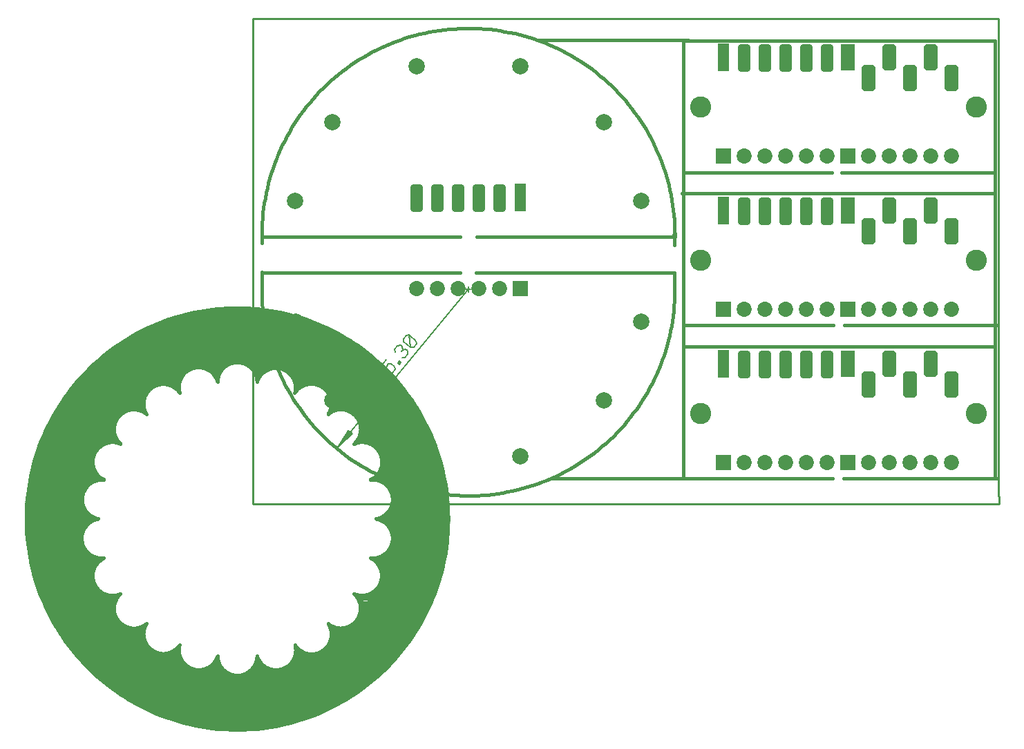
<source format=gts>
G75*
%MOIN*%
%OFA0B0*%
%FSLAX25Y25*%
%IPPOS*%
%LPD*%
%AMOC8*
5,1,8,0,0,1.08239X$1,22.5*
%
%ADD10C,0.01600*%
%ADD11C,0.27559*%
%ADD12C,0.01969*%
%ADD13C,0.02400*%
%ADD14C,0.00512*%
%ADD15C,0.00600*%
%ADD16C,0.01000*%
%ADD17C,0.07924*%
%ADD18R,0.07300X0.07300*%
%ADD19C,0.07300*%
%ADD20R,0.05800X0.13280*%
%ADD21C,0.02900*%
%ADD22C,0.03400*%
%ADD23R,0.06800X0.12800*%
%ADD24C,0.10249*%
D10*
X0059783Y0053012D02*
X0059664Y0052813D01*
X0059549Y0052611D01*
X0059440Y0052406D01*
X0059335Y0052199D01*
X0059236Y0051989D01*
X0059141Y0051777D01*
X0059052Y0051562D01*
X0058968Y0051345D01*
X0058890Y0051127D01*
X0058817Y0050906D01*
X0058749Y0050684D01*
X0058687Y0050461D01*
X0058630Y0050235D01*
X0058578Y0050009D01*
X0058533Y0049781D01*
X0058492Y0049552D01*
X0058458Y0049323D01*
X0058429Y0049092D01*
X0058405Y0048861D01*
X0058388Y0048630D01*
X0058376Y0048398D01*
X0058369Y0048166D01*
X0058368Y0047933D01*
X0058373Y0047701D01*
X0058384Y0047469D01*
X0058400Y0047237D01*
X0058422Y0047006D01*
X0058450Y0046776D01*
X0058483Y0046546D01*
X0058522Y0046317D01*
X0058566Y0046089D01*
X0058616Y0045862D01*
X0058671Y0045636D01*
X0058732Y0045412D01*
X0058798Y0045190D01*
X0058870Y0044969D01*
X0058947Y0044750D01*
X0059030Y0044533D01*
X0059118Y0044318D01*
X0059211Y0044105D01*
X0059309Y0043894D01*
X0059412Y0043686D01*
X0059520Y0043481D01*
X0059633Y0043278D01*
X0059752Y0043078D01*
X0059875Y0042881D01*
X0060003Y0042687D01*
X0060135Y0042496D01*
X0060272Y0042309D01*
X0060414Y0042125D01*
X0060560Y0041944D01*
X0060710Y0041767D01*
X0060865Y0041594D01*
X0061024Y0041425D01*
X0061187Y0041259D01*
X0061354Y0041098D01*
X0061525Y0040941D01*
X0061700Y0040788D01*
X0061878Y0040639D01*
X0062060Y0040494D01*
X0062245Y0040355D01*
X0062434Y0040219D01*
X0062626Y0040089D01*
X0062821Y0039963D01*
X0063019Y0039841D01*
X0063220Y0039725D01*
X0063424Y0039614D01*
X0063631Y0039508D01*
X0063840Y0039406D01*
X0064051Y0039310D01*
X0064265Y0039219D01*
X0064481Y0039134D01*
X0064699Y0039053D01*
X0064919Y0038978D01*
X0065140Y0038909D01*
X0065363Y0038844D01*
X0065588Y0038786D01*
X0065814Y0038732D01*
X0066041Y0038685D01*
X0066270Y0038643D01*
X0066499Y0038606D01*
X0066729Y0038575D01*
X0066960Y0038550D01*
X0067192Y0038530D01*
X0067424Y0038516D01*
X0067656Y0038508D01*
X0067888Y0038505D01*
X0068120Y0038508D01*
X0068352Y0038517D01*
X0068584Y0038531D01*
X0068815Y0038551D01*
X0069046Y0038577D01*
X0069276Y0038608D01*
X0069506Y0038645D01*
X0069734Y0038687D01*
X0069961Y0038735D01*
X0070187Y0038789D01*
X0070412Y0038848D01*
X0070635Y0038912D01*
X0070857Y0038982D01*
X0071076Y0039057D01*
X0071294Y0039138D01*
X0071510Y0039224D01*
X0071723Y0039315D01*
X0071935Y0039411D01*
X0072144Y0039513D01*
X0072350Y0039619D01*
X0072554Y0039731D01*
X0072755Y0039848D01*
X0072953Y0039969D01*
X0073148Y0040095D01*
X0073340Y0040226D01*
X0073528Y0040362D01*
X0073713Y0040502D01*
X0073895Y0040646D01*
X0074073Y0040795D01*
X0074248Y0040948D01*
X0074419Y0041106D01*
X0074585Y0041268D01*
X0074748Y0041433D01*
X0074907Y0041603D01*
X0075061Y0041776D01*
X0075212Y0041953D01*
X0075358Y0042134D01*
X0075499Y0042318D01*
X0075636Y0042506D01*
X0075768Y0042697D01*
X0075710Y0042470D01*
X0075659Y0042242D01*
X0075613Y0042012D01*
X0075572Y0041782D01*
X0075537Y0041550D01*
X0075508Y0041318D01*
X0075485Y0041085D01*
X0075467Y0040852D01*
X0075455Y0040618D01*
X0075449Y0040384D01*
X0075449Y0040150D01*
X0075454Y0039916D01*
X0075465Y0039682D01*
X0075482Y0039449D01*
X0075504Y0039216D01*
X0075532Y0038983D01*
X0075566Y0038752D01*
X0075606Y0038521D01*
X0075651Y0038291D01*
X0075702Y0038063D01*
X0075758Y0037835D01*
X0075820Y0037610D01*
X0075888Y0037386D01*
X0075961Y0037163D01*
X0076039Y0036943D01*
X0076123Y0036724D01*
X0076212Y0036508D01*
X0076306Y0036293D01*
X0076406Y0036082D01*
X0076511Y0035872D01*
X0076621Y0035666D01*
X0076736Y0035462D01*
X0076856Y0035261D01*
X0076980Y0035063D01*
X0077110Y0034868D01*
X0077244Y0034676D01*
X0077383Y0034488D01*
X0077527Y0034303D01*
X0077675Y0034122D01*
X0077828Y0033944D01*
X0077984Y0033770D01*
X0078146Y0033600D01*
X0078311Y0033434D01*
X0078480Y0033273D01*
X0078653Y0033115D01*
X0078830Y0032962D01*
X0079011Y0032813D01*
X0079195Y0032668D01*
X0079382Y0032529D01*
X0079574Y0032393D01*
X0079768Y0032263D01*
X0079965Y0032137D01*
X0080166Y0032016D01*
X0080369Y0031901D01*
X0080576Y0031790D01*
X0080784Y0031684D01*
X0080996Y0031584D01*
X0081210Y0031488D01*
X0081426Y0031398D01*
X0081644Y0031313D01*
X0081864Y0031234D01*
X0082086Y0031160D01*
X0082310Y0031092D01*
X0082535Y0031029D01*
X0082762Y0030971D01*
X0082991Y0030919D01*
X0083220Y0030873D01*
X0083451Y0030833D01*
X0083682Y0030798D01*
X0083914Y0030769D01*
X0084147Y0030745D01*
X0084381Y0030727D01*
X0084615Y0030715D01*
X0084849Y0030709D01*
X0085083Y0030708D01*
X0085317Y0030714D01*
X0085550Y0030725D01*
X0085784Y0030741D01*
X0086017Y0030764D01*
X0086249Y0030792D01*
X0086481Y0030826D01*
X0086712Y0030865D01*
X0086941Y0030910D01*
X0087170Y0030961D01*
X0087397Y0031017D01*
X0087623Y0031079D01*
X0087847Y0031147D01*
X0088070Y0031219D01*
X0088290Y0031298D01*
X0088509Y0031381D01*
X0088725Y0031471D01*
X0088939Y0031565D01*
X0089151Y0031664D01*
X0089361Y0031769D01*
X0089567Y0031879D01*
X0089771Y0031994D01*
X0089972Y0032114D01*
X0090171Y0032238D01*
X0090365Y0032368D01*
X0090557Y0032502D01*
X0090746Y0032641D01*
X0090930Y0032785D01*
X0091112Y0032933D01*
X0091289Y0033085D01*
X0091463Y0033242D01*
X0091633Y0033403D01*
X0091799Y0033568D01*
X0091961Y0033737D01*
X0092119Y0033910D01*
X0092272Y0034087D01*
X0092421Y0034268D01*
X0092565Y0034452D01*
X0092705Y0034640D01*
X0092841Y0034831D01*
X0092971Y0035025D01*
X0093097Y0035222D01*
X0093218Y0035423D01*
X0093334Y0035626D01*
X0093445Y0035832D01*
X0093550Y0036041D01*
X0093651Y0036253D01*
X0093746Y0036466D01*
X0093837Y0036682D01*
X0093921Y0036901D01*
X0094001Y0037121D01*
X0094075Y0037343D01*
X0094074Y0037342D02*
X0094082Y0037110D01*
X0094095Y0036877D01*
X0094114Y0036646D01*
X0094139Y0036414D01*
X0094169Y0036184D01*
X0094205Y0035954D01*
X0094247Y0035725D01*
X0094294Y0035497D01*
X0094346Y0035271D01*
X0094405Y0035045D01*
X0094468Y0034822D01*
X0094537Y0034600D01*
X0094612Y0034379D01*
X0094692Y0034161D01*
X0094777Y0033944D01*
X0094867Y0033730D01*
X0094963Y0033518D01*
X0095064Y0033308D01*
X0095169Y0033101D01*
X0095280Y0032897D01*
X0095396Y0032695D01*
X0095517Y0032496D01*
X0095642Y0032300D01*
X0095773Y0032108D01*
X0095908Y0031918D01*
X0096047Y0031732D01*
X0096191Y0031549D01*
X0096340Y0031370D01*
X0096492Y0031195D01*
X0096649Y0031023D01*
X0096810Y0030856D01*
X0096976Y0030692D01*
X0097145Y0030532D01*
X0097318Y0030377D01*
X0097494Y0030225D01*
X0097675Y0030078D01*
X0097859Y0029936D01*
X0098046Y0029798D01*
X0098237Y0029665D01*
X0098430Y0029536D01*
X0098627Y0029412D01*
X0098827Y0029293D01*
X0099030Y0029179D01*
X0099235Y0029070D01*
X0099443Y0028966D01*
X0099654Y0028867D01*
X0099867Y0028773D01*
X0100082Y0028685D01*
X0100299Y0028602D01*
X0100518Y0028524D01*
X0100739Y0028451D01*
X0100962Y0028384D01*
X0101186Y0028322D01*
X0101412Y0028266D01*
X0101639Y0028215D01*
X0101867Y0028170D01*
X0102096Y0028131D01*
X0102326Y0028097D01*
X0102557Y0028068D01*
X0102789Y0028046D01*
X0103021Y0028029D01*
X0103253Y0028017D01*
X0103486Y0028012D01*
X0103718Y0028012D01*
X0103951Y0028017D01*
X0104183Y0028029D01*
X0104415Y0028046D01*
X0104647Y0028068D01*
X0104878Y0028097D01*
X0105108Y0028131D01*
X0105337Y0028170D01*
X0105565Y0028215D01*
X0105792Y0028266D01*
X0106018Y0028322D01*
X0106242Y0028384D01*
X0106465Y0028451D01*
X0106686Y0028524D01*
X0106905Y0028602D01*
X0107122Y0028685D01*
X0107337Y0028773D01*
X0107550Y0028867D01*
X0107761Y0028966D01*
X0107969Y0029070D01*
X0108174Y0029179D01*
X0108377Y0029293D01*
X0108577Y0029412D01*
X0108774Y0029536D01*
X0108967Y0029665D01*
X0109158Y0029798D01*
X0109345Y0029936D01*
X0109529Y0030078D01*
X0109710Y0030225D01*
X0109886Y0030377D01*
X0110059Y0030532D01*
X0110228Y0030692D01*
X0110394Y0030856D01*
X0110555Y0031023D01*
X0110712Y0031195D01*
X0110864Y0031370D01*
X0111013Y0031549D01*
X0111157Y0031732D01*
X0111296Y0031918D01*
X0111431Y0032108D01*
X0111562Y0032300D01*
X0111687Y0032496D01*
X0111808Y0032695D01*
X0111924Y0032897D01*
X0112035Y0033101D01*
X0112140Y0033308D01*
X0112241Y0033518D01*
X0112337Y0033730D01*
X0112427Y0033944D01*
X0112512Y0034161D01*
X0112592Y0034379D01*
X0112667Y0034600D01*
X0112736Y0034822D01*
X0112799Y0035045D01*
X0112858Y0035271D01*
X0112910Y0035497D01*
X0112957Y0035725D01*
X0112999Y0035954D01*
X0113035Y0036184D01*
X0113065Y0036414D01*
X0113090Y0036646D01*
X0113109Y0036877D01*
X0113122Y0037110D01*
X0113130Y0037342D01*
X0113203Y0037121D01*
X0113281Y0036902D01*
X0113364Y0036684D01*
X0113453Y0036469D01*
X0113547Y0036256D01*
X0113646Y0036045D01*
X0113750Y0035837D01*
X0113859Y0035631D01*
X0113973Y0035428D01*
X0114093Y0035228D01*
X0114217Y0035031D01*
X0114345Y0034837D01*
X0114479Y0034646D01*
X0114617Y0034458D01*
X0114759Y0034274D01*
X0114906Y0034094D01*
X0115058Y0033917D01*
X0115214Y0033744D01*
X0115373Y0033574D01*
X0115537Y0033409D01*
X0115705Y0033247D01*
X0115877Y0033090D01*
X0116053Y0032937D01*
X0116232Y0032789D01*
X0116415Y0032645D01*
X0116601Y0032505D01*
X0116791Y0032370D01*
X0116984Y0032239D01*
X0117180Y0032114D01*
X0117379Y0031993D01*
X0117581Y0031877D01*
X0117786Y0031766D01*
X0117993Y0031660D01*
X0118203Y0031559D01*
X0118415Y0031463D01*
X0118630Y0031373D01*
X0118847Y0031288D01*
X0119066Y0031208D01*
X0119286Y0031133D01*
X0119509Y0031064D01*
X0119733Y0031000D01*
X0119958Y0030942D01*
X0120185Y0030890D01*
X0120413Y0030842D01*
X0120642Y0030801D01*
X0120872Y0030765D01*
X0121103Y0030735D01*
X0121335Y0030710D01*
X0121567Y0030691D01*
X0121799Y0030678D01*
X0122032Y0030670D01*
X0122265Y0030668D01*
X0122498Y0030672D01*
X0122731Y0030681D01*
X0122963Y0030696D01*
X0123195Y0030717D01*
X0123426Y0030743D01*
X0123657Y0030775D01*
X0123887Y0030813D01*
X0124116Y0030856D01*
X0124343Y0030905D01*
X0124570Y0030960D01*
X0124795Y0031020D01*
X0125018Y0031085D01*
X0125240Y0031156D01*
X0125460Y0031232D01*
X0125678Y0031313D01*
X0125894Y0031400D01*
X0126108Y0031492D01*
X0126320Y0031590D01*
X0126529Y0031692D01*
X0126736Y0031800D01*
X0126940Y0031912D01*
X0127141Y0032030D01*
X0127339Y0032152D01*
X0127534Y0032279D01*
X0127726Y0032411D01*
X0127915Y0032548D01*
X0128100Y0032689D01*
X0128282Y0032834D01*
X0128460Y0032984D01*
X0128634Y0033138D01*
X0128805Y0033297D01*
X0128972Y0033459D01*
X0129134Y0033626D01*
X0129293Y0033797D01*
X0129447Y0033971D01*
X0129597Y0034149D01*
X0129743Y0034331D01*
X0129884Y0034516D01*
X0130021Y0034704D01*
X0130153Y0034896D01*
X0130280Y0035091D01*
X0130403Y0035289D01*
X0130520Y0035490D01*
X0130633Y0035694D01*
X0130741Y0035901D01*
X0130843Y0036110D01*
X0130941Y0036321D01*
X0131033Y0036535D01*
X0131120Y0036751D01*
X0131202Y0036969D01*
X0131278Y0037189D01*
X0131349Y0037411D01*
X0131415Y0037635D01*
X0131475Y0037860D01*
X0131529Y0038086D01*
X0131578Y0038314D01*
X0131622Y0038542D01*
X0131659Y0038772D01*
X0131692Y0039003D01*
X0131718Y0039234D01*
X0131739Y0039466D01*
X0131754Y0039699D01*
X0131764Y0039931D01*
X0131768Y0040164D01*
X0131766Y0040397D01*
X0131759Y0040630D01*
X0131745Y0040862D01*
X0131727Y0041094D01*
X0131702Y0041326D01*
X0131672Y0041557D01*
X0131636Y0041787D01*
X0131595Y0042016D01*
X0131548Y0042244D01*
X0131495Y0042471D01*
X0131437Y0042697D01*
X0131436Y0042696D02*
X0131564Y0042503D01*
X0131697Y0042313D01*
X0131834Y0042126D01*
X0131975Y0041942D01*
X0132121Y0041762D01*
X0132272Y0041586D01*
X0132426Y0041413D01*
X0132585Y0041244D01*
X0132748Y0041079D01*
X0132915Y0040918D01*
X0133086Y0040761D01*
X0133260Y0040609D01*
X0133438Y0040460D01*
X0133620Y0040316D01*
X0133805Y0040177D01*
X0133994Y0040042D01*
X0134186Y0039912D01*
X0134380Y0039786D01*
X0134578Y0039665D01*
X0134779Y0039549D01*
X0134983Y0039438D01*
X0135189Y0039332D01*
X0135397Y0039231D01*
X0135608Y0039136D01*
X0135822Y0039045D01*
X0136037Y0038960D01*
X0136255Y0038879D01*
X0136474Y0038805D01*
X0136695Y0038735D01*
X0136918Y0038671D01*
X0137143Y0038612D01*
X0137368Y0038559D01*
X0137595Y0038512D01*
X0137823Y0038470D01*
X0138052Y0038433D01*
X0138282Y0038402D01*
X0138512Y0038377D01*
X0138743Y0038357D01*
X0138975Y0038343D01*
X0139206Y0038335D01*
X0139438Y0038332D01*
X0139670Y0038335D01*
X0139902Y0038343D01*
X0140133Y0038358D01*
X0140364Y0038377D01*
X0140594Y0038403D01*
X0140824Y0038434D01*
X0141053Y0038471D01*
X0141281Y0038513D01*
X0141508Y0038561D01*
X0141733Y0038614D01*
X0141958Y0038673D01*
X0142180Y0038737D01*
X0142402Y0038806D01*
X0142621Y0038881D01*
X0142838Y0038962D01*
X0143054Y0039047D01*
X0143267Y0039138D01*
X0143478Y0039234D01*
X0143687Y0039335D01*
X0143893Y0039441D01*
X0144096Y0039552D01*
X0144297Y0039669D01*
X0144495Y0039789D01*
X0144690Y0039915D01*
X0144881Y0040046D01*
X0145070Y0040181D01*
X0145255Y0040320D01*
X0145436Y0040464D01*
X0145614Y0040613D01*
X0145789Y0040765D01*
X0145960Y0040922D01*
X0146126Y0041083D01*
X0146289Y0041249D01*
X0146448Y0041417D01*
X0146602Y0041590D01*
X0146753Y0041767D01*
X0146898Y0041947D01*
X0147040Y0042131D01*
X0147177Y0042318D01*
X0147309Y0042508D01*
X0147437Y0042701D01*
X0147560Y0042898D01*
X0147678Y0043097D01*
X0147791Y0043300D01*
X0147900Y0043505D01*
X0148003Y0043712D01*
X0148101Y0043922D01*
X0148194Y0044135D01*
X0148282Y0044349D01*
X0148364Y0044566D01*
X0148442Y0044784D01*
X0148513Y0045005D01*
X0148580Y0045227D01*
X0148641Y0045451D01*
X0148697Y0045676D01*
X0148747Y0045902D01*
X0148791Y0046129D01*
X0148830Y0046358D01*
X0148864Y0046587D01*
X0148891Y0046818D01*
X0148914Y0047048D01*
X0148930Y0047280D01*
X0148941Y0047511D01*
X0148946Y0047743D01*
X0148946Y0047975D01*
X0148940Y0048206D01*
X0148928Y0048438D01*
X0148911Y0048669D01*
X0148888Y0048900D01*
X0148860Y0049130D01*
X0148826Y0049359D01*
X0148786Y0049588D01*
X0148741Y0049815D01*
X0148690Y0050041D01*
X0148633Y0050266D01*
X0148572Y0050490D01*
X0148505Y0050711D01*
X0148432Y0050932D01*
X0148354Y0051150D01*
X0148271Y0051366D01*
X0148182Y0051581D01*
X0148089Y0051793D01*
X0147990Y0052002D01*
X0147886Y0052210D01*
X0147777Y0052414D01*
X0147663Y0052616D01*
X0147545Y0052815D01*
X0147421Y0053011D01*
X0147421Y0053012D02*
X0147603Y0052865D01*
X0147789Y0052723D01*
X0147979Y0052586D01*
X0148171Y0052453D01*
X0148367Y0052325D01*
X0148566Y0052202D01*
X0148768Y0052084D01*
X0148973Y0051971D01*
X0149180Y0051863D01*
X0149390Y0051760D01*
X0149603Y0051662D01*
X0149818Y0051570D01*
X0150035Y0051483D01*
X0150254Y0051401D01*
X0150475Y0051324D01*
X0150698Y0051253D01*
X0150923Y0051188D01*
X0151149Y0051128D01*
X0151376Y0051073D01*
X0151605Y0051024D01*
X0151835Y0050981D01*
X0152066Y0050944D01*
X0152297Y0050912D01*
X0152530Y0050886D01*
X0152763Y0050865D01*
X0152996Y0050850D01*
X0153230Y0050841D01*
X0153464Y0050838D01*
X0153698Y0050840D01*
X0153932Y0050849D01*
X0154165Y0050863D01*
X0154398Y0050882D01*
X0154631Y0050908D01*
X0154863Y0050939D01*
X0155094Y0050975D01*
X0155324Y0051018D01*
X0155553Y0051066D01*
X0155781Y0051119D01*
X0156007Y0051179D01*
X0156232Y0051243D01*
X0156455Y0051314D01*
X0156676Y0051389D01*
X0156896Y0051470D01*
X0157113Y0051557D01*
X0157328Y0051649D01*
X0157541Y0051746D01*
X0157751Y0051848D01*
X0157959Y0051955D01*
X0158164Y0052068D01*
X0158367Y0052185D01*
X0158566Y0052307D01*
X0158762Y0052435D01*
X0158956Y0052566D01*
X0159145Y0052703D01*
X0159332Y0052844D01*
X0159515Y0052990D01*
X0159694Y0053141D01*
X0159870Y0053295D01*
X0160041Y0053454D01*
X0160209Y0053617D01*
X0160373Y0053784D01*
X0160532Y0053955D01*
X0160688Y0054130D01*
X0160839Y0054309D01*
X0160985Y0054491D01*
X0161127Y0054677D01*
X0161265Y0054866D01*
X0161397Y0055059D01*
X0161525Y0055255D01*
X0161648Y0055454D01*
X0161767Y0055656D01*
X0161880Y0055860D01*
X0161988Y0056068D01*
X0162091Y0056278D01*
X0162189Y0056490D01*
X0162282Y0056705D01*
X0162369Y0056922D01*
X0162451Y0057141D01*
X0162527Y0057362D01*
X0162599Y0057585D01*
X0162664Y0057810D01*
X0162724Y0058036D01*
X0162779Y0058263D01*
X0162828Y0058492D01*
X0162871Y0058722D01*
X0162909Y0058953D01*
X0162941Y0059184D01*
X0162967Y0059417D01*
X0162988Y0059650D01*
X0163002Y0059883D01*
X0163012Y0060117D01*
X0163015Y0060351D01*
X0163013Y0060585D01*
X0163005Y0060819D01*
X0162991Y0061052D01*
X0162971Y0061285D01*
X0162946Y0061518D01*
X0162915Y0061750D01*
X0162878Y0061981D01*
X0162836Y0062211D01*
X0162788Y0062440D01*
X0162735Y0062668D01*
X0162675Y0062894D01*
X0162611Y0063119D01*
X0162541Y0063342D01*
X0162465Y0063563D01*
X0162384Y0063783D01*
X0162298Y0064000D01*
X0162206Y0064215D01*
X0162109Y0064428D01*
X0162007Y0064639D01*
X0161900Y0064847D01*
X0161787Y0065052D01*
X0161670Y0065254D01*
X0161548Y0065454D01*
X0161421Y0065650D01*
X0161289Y0065843D01*
X0161152Y0066033D01*
X0161011Y0066220D01*
X0160865Y0066403D01*
X0160715Y0066582D01*
X0160561Y0066758D01*
X0160402Y0066929D01*
X0160239Y0067097D01*
X0160072Y0067261D01*
X0159901Y0067421D01*
X0160116Y0067330D01*
X0160333Y0067246D01*
X0160551Y0067166D01*
X0160772Y0067092D01*
X0160994Y0067023D01*
X0161218Y0066960D01*
X0161444Y0066902D01*
X0161670Y0066850D01*
X0161898Y0066803D01*
X0162127Y0066762D01*
X0162357Y0066726D01*
X0162588Y0066696D01*
X0162820Y0066672D01*
X0163052Y0066653D01*
X0163284Y0066640D01*
X0163517Y0066633D01*
X0163749Y0066631D01*
X0163982Y0066635D01*
X0164215Y0066645D01*
X0164447Y0066660D01*
X0164679Y0066681D01*
X0164910Y0066708D01*
X0165140Y0066740D01*
X0165370Y0066778D01*
X0165598Y0066822D01*
X0165826Y0066871D01*
X0166052Y0066926D01*
X0166277Y0066986D01*
X0166500Y0067052D01*
X0166722Y0067123D01*
X0166942Y0067199D01*
X0167160Y0067281D01*
X0167375Y0067368D01*
X0167589Y0067460D01*
X0167800Y0067558D01*
X0168009Y0067661D01*
X0168215Y0067768D01*
X0168419Y0067881D01*
X0168620Y0067999D01*
X0168818Y0068121D01*
X0169013Y0068249D01*
X0169204Y0068381D01*
X0169393Y0068517D01*
X0169578Y0068658D01*
X0169759Y0068804D01*
X0169937Y0068954D01*
X0170111Y0069109D01*
X0170281Y0069267D01*
X0170448Y0069430D01*
X0170610Y0069597D01*
X0170768Y0069767D01*
X0170922Y0069942D01*
X0171072Y0070120D01*
X0171217Y0070302D01*
X0171358Y0070487D01*
X0171495Y0070676D01*
X0171626Y0070868D01*
X0171753Y0071063D01*
X0171875Y0071261D01*
X0171993Y0071462D01*
X0172105Y0071666D01*
X0172212Y0071872D01*
X0172314Y0072081D01*
X0172412Y0072293D01*
X0172503Y0072506D01*
X0172590Y0072722D01*
X0172671Y0072940D01*
X0172747Y0073160D01*
X0172818Y0073382D01*
X0172883Y0073606D01*
X0172943Y0073831D01*
X0172997Y0074057D01*
X0173046Y0074284D01*
X0173089Y0074513D01*
X0173126Y0074743D01*
X0173158Y0074973D01*
X0173185Y0075205D01*
X0173205Y0075436D01*
X0173220Y0075669D01*
X0173229Y0075901D01*
X0173233Y0076134D01*
X0173231Y0076367D01*
X0173223Y0076599D01*
X0173210Y0076832D01*
X0173190Y0077064D01*
X0173166Y0077295D01*
X0173135Y0077526D01*
X0173099Y0077756D01*
X0173058Y0077985D01*
X0173010Y0078212D01*
X0172958Y0078439D01*
X0172899Y0078664D01*
X0172835Y0078888D01*
X0172766Y0079110D01*
X0172692Y0079331D01*
X0172612Y0079549D01*
X0172526Y0079766D01*
X0172436Y0079980D01*
X0172340Y0080192D01*
X0172239Y0080402D01*
X0172133Y0080609D01*
X0172022Y0080814D01*
X0171906Y0081016D01*
X0171785Y0081215D01*
X0171659Y0081410D01*
X0171529Y0081603D01*
X0171394Y0081793D01*
X0171254Y0081979D01*
X0171110Y0082161D01*
X0170961Y0082341D01*
X0170809Y0082516D01*
X0170651Y0082688D01*
X0170490Y0082855D01*
X0170325Y0083019D01*
X0170155Y0083179D01*
X0169982Y0083334D01*
X0169805Y0083485D01*
X0169625Y0083632D01*
X0169441Y0083775D01*
X0169253Y0083913D01*
X0169062Y0084046D01*
X0168868Y0084174D01*
X0168671Y0084298D01*
X0168471Y0084417D01*
X0168268Y0084531D01*
X0168063Y0084640D01*
X0167855Y0084744D01*
X0167854Y0084743D02*
X0168087Y0084719D01*
X0168320Y0084700D01*
X0168553Y0084688D01*
X0168787Y0084681D01*
X0169021Y0084679D01*
X0169254Y0084684D01*
X0169488Y0084694D01*
X0169721Y0084710D01*
X0169954Y0084731D01*
X0170186Y0084758D01*
X0170418Y0084791D01*
X0170648Y0084830D01*
X0170878Y0084874D01*
X0171106Y0084924D01*
X0171333Y0084980D01*
X0171559Y0085041D01*
X0171783Y0085107D01*
X0172005Y0085179D01*
X0172226Y0085257D01*
X0172445Y0085340D01*
X0172661Y0085428D01*
X0172875Y0085521D01*
X0173087Y0085620D01*
X0173297Y0085724D01*
X0173504Y0085833D01*
X0173708Y0085947D01*
X0173909Y0086066D01*
X0174107Y0086190D01*
X0174302Y0086319D01*
X0174494Y0086452D01*
X0174683Y0086590D01*
X0174868Y0086733D01*
X0175050Y0086880D01*
X0175228Y0087032D01*
X0175402Y0087188D01*
X0175572Y0087348D01*
X0175738Y0087512D01*
X0175900Y0087681D01*
X0176058Y0087853D01*
X0176212Y0088029D01*
X0176362Y0088209D01*
X0176507Y0088392D01*
X0176647Y0088579D01*
X0176783Y0088770D01*
X0176914Y0088963D01*
X0177040Y0089160D01*
X0177161Y0089360D01*
X0177278Y0089562D01*
X0177389Y0089768D01*
X0177496Y0089976D01*
X0177597Y0090187D01*
X0177693Y0090400D01*
X0177784Y0090616D01*
X0177869Y0090833D01*
X0177949Y0091053D01*
X0178024Y0091274D01*
X0178093Y0091498D01*
X0178157Y0091723D01*
X0178215Y0091949D01*
X0178267Y0092177D01*
X0178314Y0092406D01*
X0178356Y0092636D01*
X0178391Y0092867D01*
X0178421Y0093099D01*
X0178446Y0093331D01*
X0178464Y0093564D01*
X0178477Y0093798D01*
X0178484Y0094031D01*
X0178486Y0094265D01*
X0178481Y0094499D01*
X0178471Y0094733D01*
X0178456Y0094966D01*
X0178434Y0095199D01*
X0178407Y0095431D01*
X0178374Y0095662D01*
X0178335Y0095893D01*
X0178291Y0096122D01*
X0178241Y0096351D01*
X0178186Y0096578D01*
X0178125Y0096804D01*
X0178059Y0097028D01*
X0177987Y0097250D01*
X0177909Y0097471D01*
X0177826Y0097689D01*
X0177738Y0097906D01*
X0177645Y0098120D01*
X0177546Y0098332D01*
X0177442Y0098542D01*
X0177333Y0098748D01*
X0177219Y0098953D01*
X0177100Y0099154D01*
X0176977Y0099352D01*
X0176848Y0099547D01*
X0176714Y0099739D01*
X0176576Y0099928D01*
X0176434Y0100113D01*
X0176286Y0100295D01*
X0176135Y0100473D01*
X0175979Y0100647D01*
X0175819Y0100817D01*
X0175654Y0100984D01*
X0175486Y0101146D01*
X0175314Y0101304D01*
X0175138Y0101458D01*
X0174958Y0101607D01*
X0174775Y0101752D01*
X0174588Y0101892D01*
X0174397Y0102028D01*
X0174204Y0102159D01*
X0174007Y0102286D01*
X0173807Y0102407D01*
X0173605Y0102524D01*
X0173399Y0102635D01*
X0173191Y0102741D01*
X0172980Y0102843D01*
X0172767Y0102939D01*
X0172552Y0103030D01*
X0172334Y0103115D01*
X0172115Y0103195D01*
X0171893Y0103270D01*
X0171670Y0103339D01*
X0171445Y0103403D01*
X0171218Y0103461D01*
X0170991Y0103514D01*
X0170762Y0103561D01*
X0170532Y0103602D01*
X0170762Y0103643D01*
X0170991Y0103690D01*
X0171218Y0103743D01*
X0171445Y0103801D01*
X0171670Y0103865D01*
X0171893Y0103934D01*
X0172115Y0104009D01*
X0172334Y0104089D01*
X0172552Y0104174D01*
X0172767Y0104265D01*
X0172980Y0104361D01*
X0173191Y0104463D01*
X0173399Y0104569D01*
X0173605Y0104680D01*
X0173807Y0104797D01*
X0174007Y0104918D01*
X0174204Y0105045D01*
X0174397Y0105176D01*
X0174588Y0105312D01*
X0174775Y0105452D01*
X0174958Y0105597D01*
X0175138Y0105746D01*
X0175314Y0105900D01*
X0175486Y0106058D01*
X0175654Y0106220D01*
X0175819Y0106387D01*
X0175979Y0106557D01*
X0176135Y0106731D01*
X0176286Y0106909D01*
X0176434Y0107091D01*
X0176576Y0107276D01*
X0176714Y0107465D01*
X0176848Y0107657D01*
X0176977Y0107852D01*
X0177100Y0108050D01*
X0177219Y0108251D01*
X0177333Y0108456D01*
X0177442Y0108662D01*
X0177546Y0108872D01*
X0177645Y0109084D01*
X0177738Y0109298D01*
X0177826Y0109515D01*
X0177909Y0109733D01*
X0177987Y0109954D01*
X0178059Y0110176D01*
X0178125Y0110400D01*
X0178186Y0110626D01*
X0178241Y0110853D01*
X0178291Y0111082D01*
X0178335Y0111311D01*
X0178374Y0111542D01*
X0178407Y0111773D01*
X0178434Y0112005D01*
X0178456Y0112238D01*
X0178471Y0112471D01*
X0178481Y0112705D01*
X0178486Y0112939D01*
X0178484Y0113173D01*
X0178477Y0113406D01*
X0178464Y0113640D01*
X0178446Y0113873D01*
X0178421Y0114105D01*
X0178391Y0114337D01*
X0178356Y0114568D01*
X0178314Y0114798D01*
X0178267Y0115027D01*
X0178215Y0115255D01*
X0178157Y0115481D01*
X0178093Y0115706D01*
X0178024Y0115930D01*
X0177949Y0116151D01*
X0177869Y0116371D01*
X0177784Y0116588D01*
X0177693Y0116804D01*
X0177597Y0117017D01*
X0177496Y0117228D01*
X0177389Y0117436D01*
X0177278Y0117642D01*
X0177161Y0117844D01*
X0177040Y0118044D01*
X0176914Y0118241D01*
X0176783Y0118434D01*
X0176647Y0118625D01*
X0176507Y0118812D01*
X0176362Y0118995D01*
X0176212Y0119175D01*
X0176058Y0119351D01*
X0175900Y0119523D01*
X0175738Y0119692D01*
X0175572Y0119856D01*
X0175402Y0120016D01*
X0175228Y0120172D01*
X0175050Y0120324D01*
X0174868Y0120471D01*
X0174683Y0120614D01*
X0174494Y0120752D01*
X0174302Y0120885D01*
X0174107Y0121014D01*
X0173909Y0121138D01*
X0173708Y0121257D01*
X0173504Y0121371D01*
X0173297Y0121480D01*
X0173087Y0121584D01*
X0172875Y0121683D01*
X0172661Y0121776D01*
X0172445Y0121864D01*
X0172226Y0121947D01*
X0172005Y0122025D01*
X0171783Y0122097D01*
X0171559Y0122163D01*
X0171333Y0122224D01*
X0171106Y0122280D01*
X0170878Y0122330D01*
X0170648Y0122374D01*
X0170418Y0122413D01*
X0170186Y0122446D01*
X0169954Y0122473D01*
X0169721Y0122494D01*
X0169488Y0122510D01*
X0169254Y0122520D01*
X0169021Y0122525D01*
X0168787Y0122523D01*
X0168553Y0122516D01*
X0168320Y0122504D01*
X0168087Y0122485D01*
X0167854Y0122461D01*
X0167854Y0122460D02*
X0168065Y0122561D01*
X0168273Y0122667D01*
X0168478Y0122778D01*
X0168680Y0122894D01*
X0168880Y0123015D01*
X0169077Y0123140D01*
X0169270Y0123271D01*
X0169460Y0123406D01*
X0169647Y0123546D01*
X0169831Y0123690D01*
X0170010Y0123839D01*
X0170187Y0123992D01*
X0170359Y0124149D01*
X0170527Y0124311D01*
X0170692Y0124476D01*
X0170852Y0124646D01*
X0171008Y0124820D01*
X0171160Y0124997D01*
X0171307Y0125178D01*
X0171450Y0125362D01*
X0171588Y0125550D01*
X0171722Y0125741D01*
X0171851Y0125936D01*
X0171975Y0126133D01*
X0172095Y0126334D01*
X0172209Y0126537D01*
X0172318Y0126743D01*
X0172423Y0126952D01*
X0172522Y0127163D01*
X0172616Y0127377D01*
X0172705Y0127593D01*
X0172788Y0127811D01*
X0172866Y0128031D01*
X0172939Y0128253D01*
X0173006Y0128476D01*
X0173067Y0128701D01*
X0173123Y0128928D01*
X0173174Y0129155D01*
X0173219Y0129384D01*
X0173258Y0129614D01*
X0173292Y0129845D01*
X0173320Y0130077D01*
X0173343Y0130309D01*
X0173359Y0130542D01*
X0173370Y0130775D01*
X0173375Y0131008D01*
X0173375Y0131242D01*
X0173369Y0131475D01*
X0173357Y0131708D01*
X0173339Y0131941D01*
X0173316Y0132173D01*
X0173287Y0132405D01*
X0173253Y0132635D01*
X0173212Y0132865D01*
X0173167Y0133094D01*
X0173115Y0133322D01*
X0173058Y0133548D01*
X0172996Y0133773D01*
X0172928Y0133996D01*
X0172854Y0134218D01*
X0172775Y0134437D01*
X0172691Y0134655D01*
X0172602Y0134870D01*
X0172507Y0135084D01*
X0172407Y0135294D01*
X0172302Y0135503D01*
X0172192Y0135709D01*
X0172076Y0135911D01*
X0171956Y0136112D01*
X0171831Y0136309D01*
X0171702Y0136503D01*
X0171567Y0136693D01*
X0171428Y0136881D01*
X0171285Y0137065D01*
X0171136Y0137245D01*
X0170984Y0137422D01*
X0170827Y0137595D01*
X0170666Y0137764D01*
X0170501Y0137929D01*
X0170332Y0138089D01*
X0170159Y0138246D01*
X0169983Y0138399D01*
X0169802Y0138547D01*
X0169618Y0138690D01*
X0169431Y0138829D01*
X0169240Y0138964D01*
X0169046Y0139094D01*
X0168849Y0139219D01*
X0168649Y0139339D01*
X0168446Y0139454D01*
X0168240Y0139564D01*
X0168032Y0139669D01*
X0167821Y0139769D01*
X0167608Y0139864D01*
X0167392Y0139953D01*
X0167175Y0140037D01*
X0166955Y0140116D01*
X0166734Y0140190D01*
X0166510Y0140258D01*
X0166286Y0140320D01*
X0166059Y0140377D01*
X0165832Y0140429D01*
X0165603Y0140474D01*
X0165373Y0140515D01*
X0165142Y0140549D01*
X0164911Y0140578D01*
X0164679Y0140601D01*
X0164446Y0140619D01*
X0164213Y0140631D01*
X0163979Y0140637D01*
X0163746Y0140637D01*
X0163513Y0140632D01*
X0163280Y0140621D01*
X0163047Y0140605D01*
X0162815Y0140582D01*
X0162583Y0140554D01*
X0162352Y0140520D01*
X0162122Y0140481D01*
X0161893Y0140436D01*
X0161665Y0140385D01*
X0161439Y0140329D01*
X0161214Y0140268D01*
X0160990Y0140200D01*
X0160768Y0140128D01*
X0160549Y0140050D01*
X0160331Y0139966D01*
X0160115Y0139878D01*
X0159901Y0139784D01*
X0159902Y0139783D02*
X0160074Y0139941D01*
X0160242Y0140103D01*
X0160407Y0140269D01*
X0160567Y0140439D01*
X0160723Y0140613D01*
X0160874Y0140790D01*
X0161022Y0140971D01*
X0161165Y0141156D01*
X0161303Y0141344D01*
X0161436Y0141536D01*
X0161565Y0141731D01*
X0161689Y0141928D01*
X0161808Y0142129D01*
X0161923Y0142333D01*
X0162032Y0142539D01*
X0162136Y0142748D01*
X0162235Y0142960D01*
X0162329Y0143174D01*
X0162417Y0143390D01*
X0162500Y0143608D01*
X0162578Y0143828D01*
X0162650Y0144050D01*
X0162717Y0144274D01*
X0162779Y0144499D01*
X0162834Y0144726D01*
X0162885Y0144954D01*
X0162929Y0145183D01*
X0162968Y0145413D01*
X0163002Y0145645D01*
X0163030Y0145876D01*
X0163052Y0146109D01*
X0163068Y0146342D01*
X0163079Y0146575D01*
X0163084Y0146809D01*
X0163083Y0147042D01*
X0163076Y0147276D01*
X0163064Y0147509D01*
X0163046Y0147742D01*
X0163023Y0147974D01*
X0162993Y0148206D01*
X0162958Y0148436D01*
X0162918Y0148666D01*
X0162871Y0148895D01*
X0162820Y0149123D01*
X0162762Y0149349D01*
X0162699Y0149574D01*
X0162631Y0149797D01*
X0162557Y0150019D01*
X0162478Y0150239D01*
X0162393Y0150456D01*
X0162303Y0150672D01*
X0162208Y0150885D01*
X0162108Y0151096D01*
X0162002Y0151304D01*
X0161891Y0151510D01*
X0161776Y0151713D01*
X0161655Y0151913D01*
X0161530Y0152110D01*
X0161400Y0152304D01*
X0161265Y0152494D01*
X0161125Y0152681D01*
X0160981Y0152865D01*
X0160833Y0153045D01*
X0160680Y0153222D01*
X0160523Y0153395D01*
X0160361Y0153564D01*
X0160196Y0153728D01*
X0160027Y0153889D01*
X0159853Y0154046D01*
X0159676Y0154198D01*
X0159495Y0154346D01*
X0159311Y0154489D01*
X0159123Y0154628D01*
X0158932Y0154762D01*
X0158738Y0154891D01*
X0158540Y0155016D01*
X0158340Y0155136D01*
X0158137Y0155251D01*
X0157931Y0155360D01*
X0157722Y0155465D01*
X0157511Y0155565D01*
X0157297Y0155659D01*
X0157081Y0155748D01*
X0156863Y0155832D01*
X0156643Y0155911D01*
X0156421Y0155984D01*
X0156198Y0156051D01*
X0155973Y0156113D01*
X0155746Y0156170D01*
X0155518Y0156221D01*
X0155289Y0156266D01*
X0155059Y0156306D01*
X0154828Y0156340D01*
X0154596Y0156368D01*
X0154364Y0156391D01*
X0154131Y0156408D01*
X0153898Y0156420D01*
X0153664Y0156425D01*
X0153431Y0156425D01*
X0153198Y0156419D01*
X0152964Y0156408D01*
X0152731Y0156391D01*
X0152499Y0156368D01*
X0152267Y0156339D01*
X0152036Y0156305D01*
X0151806Y0156265D01*
X0151577Y0156219D01*
X0151349Y0156168D01*
X0151123Y0156112D01*
X0150898Y0156049D01*
X0150674Y0155982D01*
X0150453Y0155908D01*
X0150233Y0155830D01*
X0150015Y0155746D01*
X0149799Y0155657D01*
X0149585Y0155562D01*
X0149374Y0155462D01*
X0149166Y0155357D01*
X0148960Y0155247D01*
X0148756Y0155133D01*
X0148556Y0155013D01*
X0148359Y0154888D01*
X0148164Y0154758D01*
X0147973Y0154624D01*
X0147786Y0154485D01*
X0147601Y0154342D01*
X0147421Y0154194D01*
X0147421Y0154193D02*
X0147543Y0154391D01*
X0147659Y0154592D01*
X0147771Y0154796D01*
X0147878Y0155003D01*
X0147979Y0155212D01*
X0148076Y0155423D01*
X0148167Y0155637D01*
X0148253Y0155853D01*
X0148334Y0156071D01*
X0148410Y0156291D01*
X0148480Y0156512D01*
X0148544Y0156736D01*
X0148604Y0156961D01*
X0148657Y0157187D01*
X0148705Y0157414D01*
X0148748Y0157643D01*
X0148785Y0157872D01*
X0148816Y0158103D01*
X0148842Y0158334D01*
X0148862Y0158565D01*
X0148876Y0158797D01*
X0148885Y0159030D01*
X0148888Y0159262D01*
X0148885Y0159495D01*
X0148877Y0159727D01*
X0148863Y0159959D01*
X0148843Y0160191D01*
X0148818Y0160422D01*
X0148787Y0160652D01*
X0148751Y0160882D01*
X0148708Y0161110D01*
X0148661Y0161338D01*
X0148607Y0161564D01*
X0148549Y0161789D01*
X0148484Y0162012D01*
X0148415Y0162234D01*
X0148340Y0162454D01*
X0148259Y0162672D01*
X0148173Y0162888D01*
X0148082Y0163102D01*
X0147986Y0163314D01*
X0147885Y0163523D01*
X0147779Y0163730D01*
X0147667Y0163934D01*
X0147551Y0164135D01*
X0147429Y0164333D01*
X0147303Y0164529D01*
X0147173Y0164721D01*
X0147037Y0164910D01*
X0146897Y0165095D01*
X0146753Y0165277D01*
X0146604Y0165456D01*
X0146450Y0165631D01*
X0146293Y0165802D01*
X0146131Y0165969D01*
X0145966Y0166132D01*
X0145796Y0166291D01*
X0145623Y0166446D01*
X0145446Y0166597D01*
X0145265Y0166743D01*
X0145081Y0166884D01*
X0144893Y0167022D01*
X0144702Y0167154D01*
X0144508Y0167282D01*
X0144311Y0167405D01*
X0144111Y0167523D01*
X0143908Y0167637D01*
X0143702Y0167745D01*
X0143494Y0167848D01*
X0143283Y0167946D01*
X0143070Y0168039D01*
X0142855Y0168127D01*
X0142637Y0168210D01*
X0142418Y0168287D01*
X0142197Y0168359D01*
X0141974Y0168425D01*
X0141750Y0168486D01*
X0141524Y0168541D01*
X0141297Y0168591D01*
X0141069Y0168635D01*
X0140839Y0168674D01*
X0140609Y0168707D01*
X0140378Y0168734D01*
X0140147Y0168756D01*
X0139915Y0168772D01*
X0139683Y0168783D01*
X0139450Y0168788D01*
X0139218Y0168787D01*
X0138986Y0168780D01*
X0138753Y0168768D01*
X0138522Y0168750D01*
X0138290Y0168727D01*
X0138060Y0168697D01*
X0137830Y0168663D01*
X0137601Y0168622D01*
X0137373Y0168576D01*
X0137146Y0168525D01*
X0136921Y0168468D01*
X0136697Y0168405D01*
X0136475Y0168337D01*
X0136254Y0168264D01*
X0136036Y0168185D01*
X0135819Y0168101D01*
X0135604Y0168011D01*
X0135392Y0167917D01*
X0135182Y0167817D01*
X0134974Y0167712D01*
X0134770Y0167602D01*
X0134567Y0167488D01*
X0134368Y0167368D01*
X0134172Y0167243D01*
X0133979Y0167114D01*
X0133789Y0166980D01*
X0133602Y0166841D01*
X0133419Y0166698D01*
X0133239Y0166551D01*
X0133063Y0166399D01*
X0132891Y0166243D01*
X0132723Y0166082D01*
X0132558Y0165918D01*
X0132398Y0165750D01*
X0132242Y0165577D01*
X0132090Y0165401D01*
X0131942Y0165222D01*
X0131799Y0165039D01*
X0131661Y0164852D01*
X0131527Y0164662D01*
X0131397Y0164469D01*
X0131398Y0164468D02*
X0131454Y0164694D01*
X0131506Y0164922D01*
X0131551Y0165150D01*
X0131591Y0165380D01*
X0131626Y0165611D01*
X0131654Y0165842D01*
X0131677Y0166074D01*
X0131695Y0166307D01*
X0131706Y0166540D01*
X0131712Y0166773D01*
X0131712Y0167006D01*
X0131707Y0167239D01*
X0131696Y0167472D01*
X0131679Y0167704D01*
X0131656Y0167936D01*
X0131628Y0168168D01*
X0131594Y0168398D01*
X0131555Y0168628D01*
X0131510Y0168857D01*
X0131459Y0169085D01*
X0131403Y0169311D01*
X0131341Y0169536D01*
X0131274Y0169759D01*
X0131201Y0169980D01*
X0131123Y0170200D01*
X0131039Y0170418D01*
X0130951Y0170633D01*
X0130857Y0170847D01*
X0130757Y0171058D01*
X0130653Y0171266D01*
X0130544Y0171472D01*
X0130429Y0171675D01*
X0130310Y0171876D01*
X0130186Y0172073D01*
X0130057Y0172267D01*
X0129923Y0172458D01*
X0129785Y0172646D01*
X0129642Y0172830D01*
X0129495Y0173011D01*
X0129343Y0173188D01*
X0129187Y0173361D01*
X0129027Y0173530D01*
X0128862Y0173696D01*
X0128694Y0173857D01*
X0128522Y0174014D01*
X0128346Y0174167D01*
X0128166Y0174316D01*
X0127983Y0174460D01*
X0127796Y0174600D01*
X0127606Y0174735D01*
X0127413Y0174865D01*
X0127216Y0174990D01*
X0127017Y0175111D01*
X0126814Y0175227D01*
X0126609Y0175338D01*
X0126401Y0175443D01*
X0126191Y0175544D01*
X0125978Y0175639D01*
X0125763Y0175730D01*
X0125546Y0175814D01*
X0125327Y0175894D01*
X0125106Y0175968D01*
X0124883Y0176037D01*
X0124659Y0176100D01*
X0124433Y0176158D01*
X0124206Y0176210D01*
X0123977Y0176257D01*
X0123748Y0176298D01*
X0123517Y0176333D01*
X0123286Y0176363D01*
X0123054Y0176387D01*
X0122822Y0176406D01*
X0122589Y0176418D01*
X0122356Y0176425D01*
X0122123Y0176427D01*
X0121889Y0176422D01*
X0121657Y0176412D01*
X0121424Y0176397D01*
X0121192Y0176375D01*
X0120960Y0176348D01*
X0120729Y0176315D01*
X0120499Y0176277D01*
X0120270Y0176233D01*
X0120043Y0176183D01*
X0119816Y0176128D01*
X0119591Y0176067D01*
X0119367Y0176001D01*
X0119146Y0175929D01*
X0118926Y0175852D01*
X0118707Y0175770D01*
X0118491Y0175682D01*
X0118278Y0175589D01*
X0118066Y0175491D01*
X0117857Y0175387D01*
X0117651Y0175279D01*
X0117447Y0175166D01*
X0117246Y0175047D01*
X0117048Y0174924D01*
X0116854Y0174796D01*
X0116662Y0174663D01*
X0116474Y0174525D01*
X0116289Y0174383D01*
X0116107Y0174237D01*
X0115930Y0174086D01*
X0115756Y0173931D01*
X0115585Y0173771D01*
X0115419Y0173608D01*
X0115257Y0173440D01*
X0115099Y0173269D01*
X0114945Y0173094D01*
X0114796Y0172915D01*
X0114651Y0172732D01*
X0114511Y0172546D01*
X0114375Y0172356D01*
X0114244Y0172164D01*
X0114117Y0171968D01*
X0113996Y0171769D01*
X0113879Y0171567D01*
X0113767Y0171362D01*
X0113660Y0171155D01*
X0113559Y0170945D01*
X0113462Y0170733D01*
X0113371Y0170518D01*
X0113285Y0170302D01*
X0113205Y0170083D01*
X0113129Y0169862D01*
X0113130Y0169862D02*
X0113122Y0170095D01*
X0113108Y0170327D01*
X0113089Y0170559D01*
X0113064Y0170790D01*
X0113033Y0171021D01*
X0112997Y0171251D01*
X0112955Y0171480D01*
X0112908Y0171708D01*
X0112855Y0171934D01*
X0112796Y0172160D01*
X0112732Y0172383D01*
X0112663Y0172605D01*
X0112588Y0172826D01*
X0112508Y0173044D01*
X0112422Y0173261D01*
X0112332Y0173475D01*
X0112236Y0173687D01*
X0112134Y0173897D01*
X0112028Y0174104D01*
X0111917Y0174308D01*
X0111801Y0174510D01*
X0111680Y0174708D01*
X0111554Y0174904D01*
X0111423Y0175097D01*
X0111288Y0175286D01*
X0111148Y0175472D01*
X0111004Y0175655D01*
X0110855Y0175834D01*
X0110702Y0176009D01*
X0110544Y0176180D01*
X0110383Y0176348D01*
X0110217Y0176511D01*
X0110048Y0176671D01*
X0109875Y0176826D01*
X0109698Y0176977D01*
X0109517Y0177124D01*
X0109333Y0177266D01*
X0109145Y0177404D01*
X0108954Y0177537D01*
X0108760Y0177665D01*
X0108563Y0177788D01*
X0108363Y0177907D01*
X0108160Y0178021D01*
X0107954Y0178130D01*
X0107746Y0178233D01*
X0107535Y0178332D01*
X0107322Y0178425D01*
X0107106Y0178514D01*
X0106889Y0178597D01*
X0106669Y0178674D01*
X0106448Y0178746D01*
X0106225Y0178813D01*
X0106001Y0178874D01*
X0105775Y0178930D01*
X0105548Y0178980D01*
X0105319Y0179025D01*
X0105090Y0179064D01*
X0104860Y0179098D01*
X0104629Y0179126D01*
X0104397Y0179148D01*
X0104165Y0179164D01*
X0103932Y0179175D01*
X0103700Y0179181D01*
X0103467Y0179180D01*
X0103234Y0179174D01*
X0103002Y0179162D01*
X0102770Y0179145D01*
X0102538Y0179121D01*
X0102307Y0179093D01*
X0102077Y0179058D01*
X0101848Y0179018D01*
X0101620Y0178972D01*
X0101393Y0178921D01*
X0101167Y0178864D01*
X0100943Y0178802D01*
X0100720Y0178734D01*
X0100499Y0178661D01*
X0100280Y0178583D01*
X0100063Y0178499D01*
X0099848Y0178410D01*
X0099635Y0178316D01*
X0099425Y0178216D01*
X0099217Y0178112D01*
X0099012Y0178002D01*
X0098809Y0177887D01*
X0098610Y0177768D01*
X0098413Y0177644D01*
X0098219Y0177514D01*
X0098029Y0177381D01*
X0097842Y0177242D01*
X0097658Y0177099D01*
X0097478Y0176952D01*
X0097302Y0176800D01*
X0097129Y0176644D01*
X0096960Y0176484D01*
X0096795Y0176320D01*
X0096635Y0176151D01*
X0096478Y0175979D01*
X0096326Y0175803D01*
X0096178Y0175624D01*
X0096034Y0175441D01*
X0095895Y0175254D01*
X0095760Y0175064D01*
X0095630Y0174871D01*
X0095505Y0174675D01*
X0095385Y0174476D01*
X0095270Y0174274D01*
X0095159Y0174069D01*
X0095054Y0173861D01*
X0094954Y0173651D01*
X0094859Y0173439D01*
X0094769Y0173224D01*
X0094684Y0173007D01*
X0094605Y0172789D01*
X0094531Y0172568D01*
X0094463Y0172346D01*
X0094400Y0172122D01*
X0094342Y0171896D01*
X0094290Y0171669D01*
X0094243Y0171441D01*
X0094203Y0171212D01*
X0094167Y0170982D01*
X0094138Y0170751D01*
X0094114Y0170520D01*
X0094095Y0170288D01*
X0094083Y0170055D01*
X0094076Y0169823D01*
X0094074Y0169823D02*
X0094008Y0170046D01*
X0093936Y0170267D01*
X0093858Y0170487D01*
X0093775Y0170705D01*
X0093687Y0170920D01*
X0093594Y0171133D01*
X0093495Y0171344D01*
X0093392Y0171553D01*
X0093283Y0171759D01*
X0093169Y0171962D01*
X0093050Y0172162D01*
X0092927Y0172359D01*
X0092798Y0172554D01*
X0092665Y0172745D01*
X0092528Y0172932D01*
X0092385Y0173117D01*
X0092239Y0173298D01*
X0092088Y0173475D01*
X0091932Y0173648D01*
X0091773Y0173818D01*
X0091609Y0173983D01*
X0091441Y0174145D01*
X0091270Y0174302D01*
X0091094Y0174455D01*
X0090915Y0174604D01*
X0090733Y0174748D01*
X0090547Y0174888D01*
X0090357Y0175024D01*
X0090164Y0175154D01*
X0089968Y0175280D01*
X0089770Y0175401D01*
X0089568Y0175517D01*
X0089363Y0175628D01*
X0089156Y0175734D01*
X0088946Y0175835D01*
X0088734Y0175931D01*
X0088519Y0176022D01*
X0088303Y0176107D01*
X0088084Y0176187D01*
X0087864Y0176262D01*
X0087641Y0176331D01*
X0087417Y0176395D01*
X0087192Y0176453D01*
X0086965Y0176506D01*
X0086737Y0176553D01*
X0086508Y0176595D01*
X0086278Y0176631D01*
X0086047Y0176661D01*
X0085816Y0176686D01*
X0085584Y0176705D01*
X0085351Y0176718D01*
X0085119Y0176726D01*
X0084886Y0176728D01*
X0084653Y0176724D01*
X0084420Y0176715D01*
X0084188Y0176700D01*
X0083956Y0176679D01*
X0083725Y0176652D01*
X0083494Y0176620D01*
X0083264Y0176583D01*
X0083036Y0176539D01*
X0082808Y0176490D01*
X0082582Y0176436D01*
X0082357Y0176376D01*
X0082133Y0176310D01*
X0081912Y0176239D01*
X0081692Y0176163D01*
X0081474Y0176081D01*
X0081258Y0175994D01*
X0081044Y0175902D01*
X0080832Y0175805D01*
X0080623Y0175702D01*
X0080417Y0175594D01*
X0080213Y0175482D01*
X0080012Y0175364D01*
X0079814Y0175241D01*
X0079619Y0175114D01*
X0079428Y0174982D01*
X0079239Y0174845D01*
X0079054Y0174704D01*
X0078873Y0174558D01*
X0078695Y0174408D01*
X0078521Y0174254D01*
X0078350Y0174095D01*
X0078184Y0173932D01*
X0078021Y0173765D01*
X0077863Y0173595D01*
X0077709Y0173420D01*
X0077559Y0173242D01*
X0077414Y0173060D01*
X0077273Y0172874D01*
X0077137Y0172686D01*
X0077005Y0172494D01*
X0076878Y0172298D01*
X0076756Y0172100D01*
X0076639Y0171899D01*
X0076527Y0171695D01*
X0076420Y0171488D01*
X0076318Y0171279D01*
X0076221Y0171067D01*
X0076129Y0170853D01*
X0076042Y0170637D01*
X0075961Y0170419D01*
X0075885Y0170199D01*
X0075815Y0169977D01*
X0075750Y0169753D01*
X0075691Y0169528D01*
X0075637Y0169302D01*
X0075588Y0169074D01*
X0075545Y0168845D01*
X0075508Y0168615D01*
X0075477Y0168385D01*
X0075451Y0168153D01*
X0075431Y0167921D01*
X0075416Y0167689D01*
X0075407Y0167456D01*
X0075404Y0167223D01*
X0075407Y0166991D01*
X0075415Y0166758D01*
X0075429Y0166525D01*
X0075448Y0166293D01*
X0075473Y0166062D01*
X0075504Y0165831D01*
X0075541Y0165601D01*
X0075583Y0165372D01*
X0075631Y0165144D01*
X0075684Y0164918D01*
X0075743Y0164693D01*
X0075807Y0164469D01*
X0075675Y0164660D01*
X0075539Y0164848D01*
X0075398Y0165033D01*
X0075253Y0165214D01*
X0075103Y0165392D01*
X0074949Y0165566D01*
X0074790Y0165736D01*
X0074628Y0165902D01*
X0074461Y0166065D01*
X0074291Y0166223D01*
X0074117Y0166377D01*
X0073939Y0166526D01*
X0073758Y0166671D01*
X0073573Y0166812D01*
X0073384Y0166948D01*
X0073193Y0167080D01*
X0072998Y0167207D01*
X0072800Y0167329D01*
X0072599Y0167446D01*
X0072396Y0167558D01*
X0072190Y0167665D01*
X0071981Y0167767D01*
X0071770Y0167864D01*
X0071556Y0167956D01*
X0071341Y0168043D01*
X0071123Y0168124D01*
X0070903Y0168200D01*
X0070682Y0168271D01*
X0070459Y0168336D01*
X0070234Y0168396D01*
X0070008Y0168450D01*
X0069781Y0168499D01*
X0069553Y0168542D01*
X0069323Y0168579D01*
X0069093Y0168611D01*
X0068862Y0168637D01*
X0068631Y0168658D01*
X0068399Y0168673D01*
X0068167Y0168682D01*
X0067934Y0168686D01*
X0067702Y0168684D01*
X0067469Y0168676D01*
X0067237Y0168663D01*
X0067006Y0168644D01*
X0066775Y0168619D01*
X0066544Y0168589D01*
X0066315Y0168553D01*
X0066086Y0168511D01*
X0065858Y0168464D01*
X0065632Y0168412D01*
X0065407Y0168354D01*
X0065184Y0168290D01*
X0064962Y0168221D01*
X0064741Y0168146D01*
X0064523Y0168067D01*
X0064307Y0167982D01*
X0064093Y0167891D01*
X0063881Y0167796D01*
X0063672Y0167695D01*
X0063465Y0167589D01*
X0063260Y0167478D01*
X0063059Y0167363D01*
X0062860Y0167242D01*
X0062665Y0167116D01*
X0062472Y0166986D01*
X0062283Y0166851D01*
X0062097Y0166712D01*
X0061914Y0166568D01*
X0061735Y0166420D01*
X0061560Y0166267D01*
X0061389Y0166110D01*
X0061221Y0165949D01*
X0061058Y0165784D01*
X0060898Y0165615D01*
X0060743Y0165442D01*
X0060592Y0165266D01*
X0060445Y0165085D01*
X0060303Y0164902D01*
X0060165Y0164714D01*
X0060032Y0164524D01*
X0059903Y0164330D01*
X0059780Y0164133D01*
X0059661Y0163934D01*
X0059547Y0163731D01*
X0059438Y0163526D01*
X0059334Y0163318D01*
X0059235Y0163108D01*
X0059142Y0162895D01*
X0059053Y0162680D01*
X0058970Y0162463D01*
X0058892Y0162244D01*
X0058820Y0162023D01*
X0058753Y0161801D01*
X0058691Y0161576D01*
X0058635Y0161351D01*
X0058585Y0161124D01*
X0058540Y0160896D01*
X0058500Y0160667D01*
X0058466Y0160437D01*
X0058438Y0160206D01*
X0058415Y0159975D01*
X0058399Y0159743D01*
X0058387Y0159511D01*
X0058382Y0159279D01*
X0058382Y0159047D01*
X0058388Y0158814D01*
X0058399Y0158582D01*
X0058416Y0158350D01*
X0058439Y0158119D01*
X0058467Y0157888D01*
X0058501Y0157658D01*
X0058541Y0157429D01*
X0058586Y0157201D01*
X0058637Y0156975D01*
X0058693Y0156749D01*
X0058755Y0156525D01*
X0058822Y0156303D01*
X0058894Y0156082D01*
X0058972Y0155863D01*
X0059056Y0155646D01*
X0059144Y0155431D01*
X0059238Y0155218D01*
X0059337Y0155008D01*
X0059441Y0154800D01*
X0059550Y0154595D01*
X0059664Y0154393D01*
X0059783Y0154193D01*
X0059784Y0154193D02*
X0059603Y0154341D01*
X0059419Y0154484D01*
X0059231Y0154622D01*
X0059040Y0154756D01*
X0058846Y0154885D01*
X0058649Y0155009D01*
X0058448Y0155128D01*
X0058245Y0155243D01*
X0058039Y0155352D01*
X0057831Y0155457D01*
X0057620Y0155556D01*
X0057406Y0155650D01*
X0057191Y0155739D01*
X0056973Y0155822D01*
X0056753Y0155900D01*
X0056532Y0155973D01*
X0056308Y0156040D01*
X0056083Y0156102D01*
X0055857Y0156158D01*
X0055630Y0156209D01*
X0055401Y0156254D01*
X0055171Y0156294D01*
X0054940Y0156328D01*
X0054709Y0156356D01*
X0054477Y0156379D01*
X0054244Y0156396D01*
X0054011Y0156407D01*
X0053778Y0156412D01*
X0053545Y0156412D01*
X0053312Y0156406D01*
X0053079Y0156395D01*
X0052846Y0156377D01*
X0052614Y0156354D01*
X0052383Y0156326D01*
X0052152Y0156292D01*
X0051922Y0156252D01*
X0051694Y0156206D01*
X0051466Y0156155D01*
X0051240Y0156098D01*
X0051015Y0156036D01*
X0050792Y0155968D01*
X0050570Y0155895D01*
X0050351Y0155817D01*
X0050133Y0155733D01*
X0049918Y0155644D01*
X0049704Y0155549D01*
X0049494Y0155450D01*
X0049285Y0155345D01*
X0049079Y0155235D01*
X0048876Y0155121D01*
X0048676Y0155001D01*
X0048479Y0154876D01*
X0048285Y0154747D01*
X0048094Y0154613D01*
X0047907Y0154474D01*
X0047723Y0154331D01*
X0047542Y0154183D01*
X0047365Y0154031D01*
X0047192Y0153875D01*
X0047023Y0153715D01*
X0046858Y0153550D01*
X0046697Y0153381D01*
X0046540Y0153209D01*
X0046387Y0153033D01*
X0046239Y0152853D01*
X0046095Y0152669D01*
X0045956Y0152482D01*
X0045821Y0152292D01*
X0045691Y0152098D01*
X0045566Y0151901D01*
X0045445Y0151702D01*
X0045330Y0151499D01*
X0045219Y0151294D01*
X0045114Y0151086D01*
X0045014Y0150875D01*
X0044918Y0150662D01*
X0044829Y0150447D01*
X0044744Y0150230D01*
X0044665Y0150011D01*
X0044591Y0149789D01*
X0044522Y0149566D01*
X0044459Y0149342D01*
X0044402Y0149116D01*
X0044350Y0148889D01*
X0044304Y0148660D01*
X0044263Y0148430D01*
X0044228Y0148200D01*
X0044198Y0147968D01*
X0044175Y0147736D01*
X0044156Y0147504D01*
X0044144Y0147271D01*
X0044137Y0147038D01*
X0044136Y0146805D01*
X0044141Y0146572D01*
X0044151Y0146339D01*
X0044167Y0146106D01*
X0044189Y0145874D01*
X0044217Y0145642D01*
X0044250Y0145411D01*
X0044289Y0145181D01*
X0044333Y0144952D01*
X0044383Y0144725D01*
X0044438Y0144498D01*
X0044499Y0144273D01*
X0044566Y0144050D01*
X0044638Y0143828D01*
X0044715Y0143608D01*
X0044798Y0143390D01*
X0044886Y0143174D01*
X0044979Y0142960D01*
X0045078Y0142749D01*
X0045181Y0142540D01*
X0045290Y0142333D01*
X0045404Y0142130D01*
X0045522Y0141929D01*
X0045646Y0141731D01*
X0045774Y0141537D01*
X0045907Y0141345D01*
X0046045Y0141157D01*
X0046187Y0140972D01*
X0046334Y0140791D01*
X0046485Y0140613D01*
X0046641Y0140439D01*
X0046800Y0140269D01*
X0046964Y0140103D01*
X0047132Y0139941D01*
X0047304Y0139784D01*
X0047303Y0139784D02*
X0047089Y0139878D01*
X0046873Y0139966D01*
X0046655Y0140050D01*
X0046436Y0140128D01*
X0046214Y0140200D01*
X0045990Y0140268D01*
X0045765Y0140329D01*
X0045539Y0140385D01*
X0045311Y0140436D01*
X0045082Y0140481D01*
X0044852Y0140520D01*
X0044621Y0140554D01*
X0044389Y0140582D01*
X0044157Y0140605D01*
X0043924Y0140621D01*
X0043691Y0140632D01*
X0043458Y0140637D01*
X0043225Y0140637D01*
X0042991Y0140631D01*
X0042758Y0140619D01*
X0042525Y0140601D01*
X0042293Y0140578D01*
X0042062Y0140549D01*
X0041831Y0140515D01*
X0041601Y0140474D01*
X0041372Y0140429D01*
X0041145Y0140377D01*
X0040918Y0140320D01*
X0040694Y0140258D01*
X0040470Y0140190D01*
X0040249Y0140116D01*
X0040029Y0140037D01*
X0039812Y0139953D01*
X0039596Y0139864D01*
X0039383Y0139769D01*
X0039172Y0139669D01*
X0038964Y0139564D01*
X0038758Y0139454D01*
X0038555Y0139339D01*
X0038355Y0139219D01*
X0038158Y0139094D01*
X0037964Y0138964D01*
X0037773Y0138829D01*
X0037586Y0138690D01*
X0037402Y0138547D01*
X0037221Y0138399D01*
X0037045Y0138246D01*
X0036872Y0138089D01*
X0036703Y0137929D01*
X0036538Y0137764D01*
X0036377Y0137595D01*
X0036220Y0137422D01*
X0036068Y0137245D01*
X0035919Y0137065D01*
X0035776Y0136881D01*
X0035637Y0136693D01*
X0035502Y0136503D01*
X0035373Y0136309D01*
X0035248Y0136112D01*
X0035128Y0135911D01*
X0035012Y0135709D01*
X0034902Y0135503D01*
X0034797Y0135294D01*
X0034697Y0135084D01*
X0034602Y0134870D01*
X0034513Y0134655D01*
X0034429Y0134437D01*
X0034350Y0134218D01*
X0034276Y0133996D01*
X0034208Y0133773D01*
X0034146Y0133548D01*
X0034089Y0133322D01*
X0034037Y0133094D01*
X0033992Y0132865D01*
X0033951Y0132635D01*
X0033917Y0132405D01*
X0033888Y0132173D01*
X0033865Y0131941D01*
X0033847Y0131708D01*
X0033835Y0131475D01*
X0033829Y0131242D01*
X0033829Y0131008D01*
X0033834Y0130775D01*
X0033845Y0130542D01*
X0033861Y0130309D01*
X0033884Y0130077D01*
X0033912Y0129845D01*
X0033946Y0129614D01*
X0033985Y0129384D01*
X0034030Y0129155D01*
X0034081Y0128928D01*
X0034137Y0128701D01*
X0034198Y0128476D01*
X0034265Y0128253D01*
X0034338Y0128031D01*
X0034416Y0127811D01*
X0034499Y0127593D01*
X0034588Y0127377D01*
X0034682Y0127163D01*
X0034781Y0126952D01*
X0034886Y0126743D01*
X0034995Y0126537D01*
X0035109Y0126334D01*
X0035229Y0126133D01*
X0035353Y0125936D01*
X0035482Y0125741D01*
X0035616Y0125550D01*
X0035754Y0125362D01*
X0035897Y0125178D01*
X0036044Y0124997D01*
X0036196Y0124820D01*
X0036352Y0124646D01*
X0036512Y0124476D01*
X0036677Y0124311D01*
X0036845Y0124149D01*
X0037017Y0123992D01*
X0037194Y0123839D01*
X0037373Y0123690D01*
X0037557Y0123546D01*
X0037744Y0123406D01*
X0037934Y0123271D01*
X0038127Y0123140D01*
X0038324Y0123015D01*
X0038524Y0122894D01*
X0038726Y0122778D01*
X0038931Y0122667D01*
X0039139Y0122561D01*
X0039350Y0122460D01*
X0039350Y0122461D02*
X0039118Y0122484D01*
X0038886Y0122501D01*
X0038653Y0122513D01*
X0038420Y0122519D01*
X0038187Y0122519D01*
X0037954Y0122514D01*
X0037721Y0122503D01*
X0037488Y0122486D01*
X0037256Y0122464D01*
X0037025Y0122436D01*
X0036794Y0122402D01*
X0036564Y0122363D01*
X0036336Y0122318D01*
X0036108Y0122267D01*
X0035882Y0122211D01*
X0035657Y0122149D01*
X0035434Y0122082D01*
X0035212Y0122010D01*
X0034993Y0121932D01*
X0034775Y0121848D01*
X0034559Y0121760D01*
X0034346Y0121666D01*
X0034135Y0121567D01*
X0033926Y0121463D01*
X0033721Y0121353D01*
X0033517Y0121239D01*
X0033317Y0121120D01*
X0033120Y0120996D01*
X0032925Y0120867D01*
X0032734Y0120733D01*
X0032547Y0120595D01*
X0032362Y0120452D01*
X0032182Y0120305D01*
X0032005Y0120154D01*
X0031831Y0119998D01*
X0031662Y0119838D01*
X0031496Y0119673D01*
X0031335Y0119505D01*
X0031178Y0119333D01*
X0031025Y0119157D01*
X0030876Y0118978D01*
X0030732Y0118795D01*
X0030592Y0118608D01*
X0030457Y0118418D01*
X0030327Y0118225D01*
X0030201Y0118028D01*
X0030080Y0117829D01*
X0029964Y0117627D01*
X0029853Y0117422D01*
X0029748Y0117214D01*
X0029647Y0117004D01*
X0029551Y0116791D01*
X0029461Y0116576D01*
X0029376Y0116359D01*
X0029296Y0116140D01*
X0029222Y0115919D01*
X0029153Y0115697D01*
X0029089Y0115472D01*
X0029032Y0115247D01*
X0028979Y0115019D01*
X0028932Y0114791D01*
X0028891Y0114562D01*
X0028856Y0114331D01*
X0028826Y0114100D01*
X0028801Y0113868D01*
X0028783Y0113636D01*
X0028770Y0113403D01*
X0028763Y0113170D01*
X0028761Y0112937D01*
X0028765Y0112704D01*
X0028775Y0112471D01*
X0028791Y0112238D01*
X0028812Y0112006D01*
X0028839Y0111775D01*
X0028872Y0111544D01*
X0028910Y0111314D01*
X0028954Y0111085D01*
X0029003Y0110857D01*
X0029058Y0110631D01*
X0029119Y0110406D01*
X0029185Y0110182D01*
X0029256Y0109960D01*
X0029333Y0109740D01*
X0029415Y0109522D01*
X0029503Y0109306D01*
X0029596Y0109092D01*
X0029694Y0108881D01*
X0029797Y0108672D01*
X0029905Y0108465D01*
X0030018Y0108261D01*
X0030137Y0108060D01*
X0030260Y0107862D01*
X0030388Y0107668D01*
X0030520Y0107476D01*
X0030657Y0107287D01*
X0030799Y0107102D01*
X0030946Y0106921D01*
X0031096Y0106743D01*
X0031251Y0106569D01*
X0031411Y0106399D01*
X0031574Y0106233D01*
X0031741Y0106070D01*
X0031913Y0105912D01*
X0032088Y0105758D01*
X0032267Y0105609D01*
X0032449Y0105464D01*
X0032635Y0105323D01*
X0032824Y0105187D01*
X0033017Y0105056D01*
X0033212Y0104929D01*
X0033411Y0104807D01*
X0033613Y0104690D01*
X0033817Y0104578D01*
X0034025Y0104472D01*
X0034234Y0104370D01*
X0034446Y0104273D01*
X0034661Y0104182D01*
X0034878Y0104096D01*
X0035096Y0104015D01*
X0035317Y0103939D01*
X0035539Y0103869D01*
X0035763Y0103805D01*
X0035989Y0103746D01*
X0036215Y0103692D01*
X0036444Y0103644D01*
X0036673Y0103602D01*
X0036442Y0103565D01*
X0036213Y0103523D01*
X0035984Y0103476D01*
X0035757Y0103422D01*
X0035531Y0103363D01*
X0035306Y0103299D01*
X0035083Y0103229D01*
X0034862Y0103154D01*
X0034643Y0103073D01*
X0034426Y0102987D01*
X0034211Y0102896D01*
X0033998Y0102799D01*
X0033788Y0102697D01*
X0033580Y0102590D01*
X0033375Y0102478D01*
X0033173Y0102361D01*
X0032974Y0102239D01*
X0032777Y0102113D01*
X0032584Y0101981D01*
X0032394Y0101845D01*
X0032208Y0101704D01*
X0032025Y0101559D01*
X0031846Y0101409D01*
X0031670Y0101255D01*
X0031499Y0101096D01*
X0031331Y0100934D01*
X0031167Y0100767D01*
X0031008Y0100597D01*
X0030852Y0100422D01*
X0030701Y0100244D01*
X0030555Y0100062D01*
X0030413Y0099877D01*
X0030275Y0099688D01*
X0030142Y0099496D01*
X0030014Y0099300D01*
X0029891Y0099102D01*
X0029773Y0098900D01*
X0029659Y0098696D01*
X0029551Y0098489D01*
X0029448Y0098280D01*
X0029350Y0098068D01*
X0029257Y0097853D01*
X0029169Y0097637D01*
X0029087Y0097418D01*
X0029010Y0097197D01*
X0028939Y0096975D01*
X0028873Y0096751D01*
X0028812Y0096525D01*
X0028758Y0096298D01*
X0028708Y0096070D01*
X0028665Y0095840D01*
X0028627Y0095610D01*
X0028594Y0095379D01*
X0028568Y0095147D01*
X0028547Y0094914D01*
X0028531Y0094681D01*
X0028522Y0094447D01*
X0028518Y0094214D01*
X0028520Y0093980D01*
X0028528Y0093747D01*
X0028541Y0093513D01*
X0028560Y0093281D01*
X0028585Y0093048D01*
X0028615Y0092817D01*
X0028651Y0092586D01*
X0028693Y0092356D01*
X0028741Y0092127D01*
X0028794Y0091900D01*
X0028852Y0091674D01*
X0028916Y0091449D01*
X0028986Y0091226D01*
X0029061Y0091005D01*
X0029141Y0090786D01*
X0029227Y0090568D01*
X0029318Y0090353D01*
X0029415Y0090140D01*
X0029516Y0089930D01*
X0029623Y0089722D01*
X0029734Y0089517D01*
X0029851Y0089315D01*
X0029973Y0089115D01*
X0030099Y0088919D01*
X0030231Y0088726D01*
X0030367Y0088536D01*
X0030507Y0088349D01*
X0030652Y0088166D01*
X0030802Y0087987D01*
X0030956Y0087811D01*
X0031114Y0087639D01*
X0031276Y0087471D01*
X0031443Y0087307D01*
X0031613Y0087147D01*
X0031787Y0086992D01*
X0031965Y0086841D01*
X0032147Y0086694D01*
X0032332Y0086551D01*
X0032521Y0086414D01*
X0032713Y0086280D01*
X0032908Y0086152D01*
X0033106Y0086029D01*
X0033308Y0085910D01*
X0033512Y0085796D01*
X0033718Y0085688D01*
X0033928Y0085584D01*
X0034140Y0085486D01*
X0034354Y0085393D01*
X0034570Y0085305D01*
X0034789Y0085222D01*
X0035009Y0085145D01*
X0035232Y0085074D01*
X0035456Y0085007D01*
X0035681Y0084947D01*
X0035908Y0084891D01*
X0036137Y0084842D01*
X0036366Y0084798D01*
X0036596Y0084760D01*
X0036828Y0084727D01*
X0037060Y0084700D01*
X0037292Y0084679D01*
X0037526Y0084663D01*
X0037759Y0084653D01*
X0037992Y0084649D01*
X0038226Y0084651D01*
X0038460Y0084658D01*
X0038693Y0084671D01*
X0038926Y0084690D01*
X0039158Y0084714D01*
X0039390Y0084745D01*
X0039390Y0084744D02*
X0039179Y0084643D01*
X0038971Y0084538D01*
X0038765Y0084428D01*
X0038562Y0084313D01*
X0038362Y0084193D01*
X0038165Y0084067D01*
X0037971Y0083938D01*
X0037781Y0083803D01*
X0037593Y0083664D01*
X0037409Y0083520D01*
X0037229Y0083372D01*
X0037053Y0083219D01*
X0036880Y0083062D01*
X0036711Y0082901D01*
X0036546Y0082736D01*
X0036385Y0082567D01*
X0036229Y0082394D01*
X0036077Y0082217D01*
X0035929Y0082037D01*
X0035785Y0081853D01*
X0035646Y0081665D01*
X0035512Y0081474D01*
X0035383Y0081280D01*
X0035258Y0081083D01*
X0035138Y0080883D01*
X0035023Y0080680D01*
X0034913Y0080474D01*
X0034808Y0080266D01*
X0034709Y0080055D01*
X0034614Y0079841D01*
X0034525Y0079626D01*
X0034441Y0079408D01*
X0034362Y0079188D01*
X0034289Y0078967D01*
X0034222Y0078743D01*
X0034159Y0078518D01*
X0034103Y0078292D01*
X0034052Y0078064D01*
X0034006Y0077836D01*
X0033966Y0077606D01*
X0033932Y0077375D01*
X0033903Y0077143D01*
X0033880Y0076911D01*
X0033863Y0076678D01*
X0033852Y0076445D01*
X0033846Y0076212D01*
X0033846Y0075979D01*
X0033851Y0075745D01*
X0033863Y0075512D01*
X0033880Y0075280D01*
X0033902Y0075047D01*
X0033931Y0074816D01*
X0033965Y0074585D01*
X0034005Y0074355D01*
X0034050Y0074126D01*
X0034101Y0073898D01*
X0034158Y0073672D01*
X0034220Y0073447D01*
X0034287Y0073224D01*
X0034360Y0073002D01*
X0034439Y0072782D01*
X0034522Y0072565D01*
X0034612Y0072349D01*
X0034706Y0072135D01*
X0034805Y0071924D01*
X0034910Y0071716D01*
X0035020Y0071510D01*
X0035135Y0071307D01*
X0035254Y0071107D01*
X0035379Y0070909D01*
X0035508Y0070715D01*
X0035643Y0070524D01*
X0035781Y0070337D01*
X0035925Y0070152D01*
X0036072Y0069972D01*
X0036225Y0069795D01*
X0036381Y0069622D01*
X0036542Y0069453D01*
X0036706Y0069287D01*
X0036875Y0069126D01*
X0037048Y0068969D01*
X0037224Y0068816D01*
X0037404Y0068668D01*
X0037588Y0068524D01*
X0037775Y0068385D01*
X0037966Y0068250D01*
X0038159Y0068120D01*
X0038356Y0067995D01*
X0038556Y0067875D01*
X0038759Y0067759D01*
X0038965Y0067649D01*
X0039173Y0067543D01*
X0039384Y0067443D01*
X0039597Y0067348D01*
X0039812Y0067258D01*
X0040030Y0067174D01*
X0040249Y0067095D01*
X0040471Y0067021D01*
X0040694Y0066953D01*
X0040918Y0066890D01*
X0041145Y0066833D01*
X0041372Y0066781D01*
X0041601Y0066735D01*
X0041831Y0066695D01*
X0042061Y0066660D01*
X0042293Y0066631D01*
X0042525Y0066607D01*
X0042758Y0066590D01*
X0042991Y0066577D01*
X0043224Y0066571D01*
X0043457Y0066570D01*
X0043691Y0066576D01*
X0043924Y0066586D01*
X0044157Y0066603D01*
X0044389Y0066625D01*
X0044621Y0066653D01*
X0044851Y0066686D01*
X0045081Y0066726D01*
X0045310Y0066770D01*
X0045538Y0066821D01*
X0045765Y0066877D01*
X0045990Y0066938D01*
X0046213Y0067005D01*
X0046435Y0067078D01*
X0046655Y0067156D01*
X0046873Y0067239D01*
X0047089Y0067328D01*
X0047303Y0067421D01*
X0047131Y0067264D01*
X0046962Y0067102D01*
X0046798Y0066936D01*
X0046638Y0066766D01*
X0046482Y0066592D01*
X0046331Y0066415D01*
X0046184Y0066233D01*
X0046041Y0066049D01*
X0045903Y0065860D01*
X0045769Y0065669D01*
X0045641Y0065474D01*
X0045517Y0065276D01*
X0045398Y0065076D01*
X0045284Y0064872D01*
X0045175Y0064666D01*
X0045071Y0064456D01*
X0044972Y0064245D01*
X0044878Y0064031D01*
X0044790Y0063815D01*
X0044707Y0063597D01*
X0044629Y0063377D01*
X0044557Y0063155D01*
X0044490Y0062931D01*
X0044429Y0062706D01*
X0044373Y0062479D01*
X0044323Y0062251D01*
X0044278Y0062022D01*
X0044239Y0061792D01*
X0044206Y0061561D01*
X0044178Y0061329D01*
X0044156Y0061097D01*
X0044140Y0060864D01*
X0044129Y0060631D01*
X0044124Y0060397D01*
X0044125Y0060164D01*
X0044132Y0059930D01*
X0044144Y0059697D01*
X0044162Y0059465D01*
X0044186Y0059232D01*
X0044215Y0059001D01*
X0044250Y0058770D01*
X0044291Y0058540D01*
X0044337Y0058311D01*
X0044389Y0058084D01*
X0044446Y0057857D01*
X0044509Y0057633D01*
X0044578Y0057409D01*
X0044651Y0057188D01*
X0044731Y0056968D01*
X0044815Y0056751D01*
X0044905Y0056535D01*
X0045000Y0056322D01*
X0045101Y0056111D01*
X0045206Y0055903D01*
X0045317Y0055698D01*
X0045432Y0055495D01*
X0045553Y0055295D01*
X0045678Y0055098D01*
X0045808Y0054904D01*
X0045943Y0054714D01*
X0046083Y0054526D01*
X0046227Y0054343D01*
X0046375Y0054162D01*
X0046528Y0053986D01*
X0046685Y0053813D01*
X0046846Y0053645D01*
X0047012Y0053480D01*
X0047181Y0053319D01*
X0047354Y0053163D01*
X0047531Y0053011D01*
X0047712Y0052863D01*
X0047896Y0052719D01*
X0048084Y0052581D01*
X0048275Y0052446D01*
X0048469Y0052317D01*
X0048667Y0052192D01*
X0048867Y0052073D01*
X0049070Y0051958D01*
X0049276Y0051848D01*
X0049485Y0051743D01*
X0049696Y0051644D01*
X0049910Y0051549D01*
X0050125Y0051460D01*
X0050343Y0051376D01*
X0050563Y0051298D01*
X0050785Y0051225D01*
X0051008Y0051157D01*
X0051233Y0051095D01*
X0051460Y0051039D01*
X0051688Y0050988D01*
X0051917Y0050942D01*
X0052147Y0050902D01*
X0052378Y0050868D01*
X0052609Y0050840D01*
X0052842Y0050817D01*
X0053074Y0050800D01*
X0053308Y0050788D01*
X0053541Y0050783D01*
X0053774Y0050783D01*
X0054008Y0050788D01*
X0054241Y0050800D01*
X0054474Y0050817D01*
X0054706Y0050840D01*
X0054938Y0050868D01*
X0055169Y0050903D01*
X0055399Y0050942D01*
X0055628Y0050988D01*
X0055855Y0051039D01*
X0056082Y0051096D01*
X0056307Y0051158D01*
X0056530Y0051225D01*
X0056752Y0051298D01*
X0056972Y0051377D01*
X0057190Y0051461D01*
X0057406Y0051550D01*
X0057619Y0051644D01*
X0057830Y0051744D01*
X0058039Y0051849D01*
X0058245Y0051959D01*
X0058448Y0052073D01*
X0058648Y0052193D01*
X0058846Y0052318D01*
X0059040Y0052447D01*
X0059231Y0052581D01*
X0059419Y0052720D01*
X0059603Y0052864D01*
X0059784Y0053011D01*
X0255602Y0123102D02*
X0318852Y0123102D01*
X0390852Y0123102D01*
X0396352Y0123102D02*
X0469102Y0123102D01*
X0470102Y0123102D01*
X0469102Y0123102D02*
X0469102Y0334352D01*
X0468852Y0334352D02*
X0318852Y0334352D01*
X0318602Y0334352D01*
X0318852Y0334352D02*
X0318852Y0270602D01*
X0390602Y0270602D01*
X0395102Y0270602D02*
X0468852Y0270602D01*
X0468602Y0260602D02*
X0318352Y0260602D01*
X0318852Y0270602D02*
X0318852Y0197102D01*
X0391352Y0197102D01*
X0396602Y0197102D02*
X0470352Y0197102D01*
X0469352Y0186852D02*
X0319102Y0186852D01*
X0318852Y0197102D02*
X0318852Y0123102D01*
X0314602Y0216352D02*
X0314602Y0222352D01*
X0314352Y0222352D02*
X0218852Y0222352D01*
X0211352Y0222352D02*
X0115852Y0222352D01*
X0115602Y0222602D02*
X0115602Y0218602D01*
X0115602Y0239602D02*
X0211102Y0239602D01*
X0115602Y0236602D02*
X0115529Y0239043D01*
X0115515Y0241485D01*
X0115562Y0243927D01*
X0115668Y0246367D01*
X0115834Y0248803D01*
X0116060Y0251235D01*
X0116345Y0253660D01*
X0116689Y0256078D01*
X0117093Y0258487D01*
X0117556Y0260884D01*
X0118077Y0263270D01*
X0118657Y0265643D01*
X0119295Y0268000D01*
X0119990Y0270341D01*
X0120742Y0272665D01*
X0121551Y0274969D01*
X0122417Y0277252D01*
X0123338Y0279514D01*
X0124314Y0281753D01*
X0125345Y0283967D01*
X0126430Y0286155D01*
X0127568Y0288315D01*
X0128759Y0290447D01*
X0130002Y0292550D01*
X0131295Y0294621D01*
X0132640Y0296660D01*
X0134034Y0298665D01*
X0135476Y0300636D01*
X0136967Y0302570D01*
X0138504Y0304468D01*
X0140087Y0306327D01*
X0141716Y0308147D01*
X0143389Y0309926D01*
X0145104Y0311664D01*
X0146862Y0313359D01*
X0148661Y0315011D01*
X0150500Y0316618D01*
X0152378Y0318180D01*
X0154293Y0319694D01*
X0156245Y0321162D01*
X0158233Y0322581D01*
X0160254Y0323951D01*
X0162309Y0325272D01*
X0164395Y0326541D01*
X0166512Y0327759D01*
X0168658Y0328925D01*
X0170832Y0330037D01*
X0173032Y0331096D01*
X0175258Y0332101D01*
X0177508Y0333051D01*
X0179781Y0333945D01*
X0182074Y0334784D01*
X0184388Y0335566D01*
X0186720Y0336291D01*
X0189069Y0336959D01*
X0191434Y0337568D01*
X0193813Y0338120D01*
X0196205Y0338613D01*
X0198608Y0339048D01*
X0201021Y0339423D01*
X0203442Y0339739D01*
X0205871Y0339996D01*
X0208305Y0340193D01*
X0210744Y0340331D01*
X0213184Y0340408D01*
X0215627Y0340426D01*
X0218068Y0340384D01*
X0220508Y0340281D01*
X0222945Y0340120D01*
X0225377Y0339898D01*
X0227803Y0339617D01*
X0230221Y0339277D01*
X0232631Y0338877D01*
X0235029Y0338418D01*
X0237416Y0337901D01*
X0239789Y0337325D01*
X0242148Y0336692D01*
X0244490Y0336001D01*
X0246815Y0335252D01*
X0249120Y0334447D01*
X0251406Y0333585D01*
X0253669Y0332668D01*
X0255909Y0331696D01*
X0258125Y0330669D01*
X0260315Y0329588D01*
X0262477Y0328453D01*
X0264611Y0327266D01*
X0266716Y0326027D01*
X0268789Y0324737D01*
X0270830Y0323396D01*
X0272838Y0322005D01*
X0274811Y0320566D01*
X0276748Y0319079D01*
X0278648Y0317545D01*
X0280510Y0315965D01*
X0282333Y0314339D01*
X0284115Y0312670D01*
X0285856Y0310957D01*
X0287554Y0309202D01*
X0289209Y0307406D01*
X0290819Y0305570D01*
X0292384Y0303695D01*
X0293902Y0301782D01*
X0295373Y0299832D01*
X0296796Y0297847D01*
X0298169Y0295828D01*
X0299493Y0293776D01*
X0300766Y0291692D01*
X0301988Y0289577D01*
X0303157Y0287433D01*
X0304273Y0285261D01*
X0305336Y0283062D01*
X0306345Y0280838D01*
X0307298Y0278590D01*
X0308197Y0276319D01*
X0309039Y0274027D01*
X0309825Y0271714D01*
X0310554Y0269384D01*
X0311226Y0267036D01*
X0311840Y0264672D01*
X0312396Y0262294D01*
X0312893Y0259903D01*
X0313331Y0257500D01*
X0313711Y0255088D01*
X0314031Y0252667D01*
X0314292Y0250239D01*
X0314493Y0247805D01*
X0314635Y0245367D01*
X0314717Y0242926D01*
X0314738Y0240484D01*
X0314700Y0238042D01*
X0314603Y0235602D01*
X0314852Y0239602D02*
X0219352Y0239602D01*
X0314603Y0218602D02*
X0314676Y0216161D01*
X0314690Y0213719D01*
X0314643Y0211277D01*
X0314537Y0208837D01*
X0314371Y0206401D01*
X0314145Y0203969D01*
X0313860Y0201544D01*
X0313516Y0199126D01*
X0313112Y0196717D01*
X0312649Y0194320D01*
X0312128Y0191934D01*
X0311548Y0189561D01*
X0310910Y0187204D01*
X0310215Y0184863D01*
X0309463Y0182539D01*
X0308654Y0180235D01*
X0307788Y0177952D01*
X0306867Y0175690D01*
X0305891Y0173451D01*
X0304860Y0171237D01*
X0303775Y0169049D01*
X0302637Y0166889D01*
X0301446Y0164757D01*
X0300203Y0162654D01*
X0298910Y0160583D01*
X0297565Y0158544D01*
X0296171Y0156539D01*
X0294729Y0154568D01*
X0293238Y0152634D01*
X0291701Y0150736D01*
X0290118Y0148877D01*
X0288489Y0147057D01*
X0286816Y0145278D01*
X0285101Y0143540D01*
X0283343Y0141845D01*
X0281544Y0140193D01*
X0279705Y0138586D01*
X0277827Y0137024D01*
X0275912Y0135510D01*
X0273960Y0134042D01*
X0271972Y0132623D01*
X0269951Y0131253D01*
X0267896Y0129932D01*
X0265810Y0128663D01*
X0263693Y0127445D01*
X0261547Y0126279D01*
X0259373Y0125167D01*
X0257173Y0124108D01*
X0254947Y0123103D01*
X0252697Y0122153D01*
X0250424Y0121259D01*
X0248131Y0120420D01*
X0245817Y0119638D01*
X0243485Y0118913D01*
X0241136Y0118245D01*
X0238771Y0117636D01*
X0236392Y0117084D01*
X0234000Y0116591D01*
X0231597Y0116156D01*
X0229184Y0115781D01*
X0226763Y0115465D01*
X0224334Y0115208D01*
X0221900Y0115011D01*
X0219461Y0114873D01*
X0217021Y0114796D01*
X0214578Y0114778D01*
X0212137Y0114820D01*
X0209697Y0114923D01*
X0207260Y0115084D01*
X0204828Y0115306D01*
X0202402Y0115587D01*
X0199984Y0115927D01*
X0197574Y0116327D01*
X0195176Y0116786D01*
X0192789Y0117303D01*
X0190416Y0117879D01*
X0188057Y0118512D01*
X0185715Y0119203D01*
X0183390Y0119952D01*
X0181085Y0120757D01*
X0178799Y0121619D01*
X0176536Y0122536D01*
X0174296Y0123508D01*
X0172080Y0124535D01*
X0169890Y0125616D01*
X0167728Y0126751D01*
X0165594Y0127938D01*
X0163489Y0129177D01*
X0161416Y0130467D01*
X0159375Y0131808D01*
X0157367Y0133199D01*
X0155394Y0134638D01*
X0153457Y0136125D01*
X0151557Y0137659D01*
X0149695Y0139239D01*
X0147872Y0140865D01*
X0146090Y0142534D01*
X0144349Y0144247D01*
X0142651Y0146002D01*
X0140996Y0147798D01*
X0139386Y0149634D01*
X0137821Y0151509D01*
X0136303Y0153422D01*
X0134832Y0155372D01*
X0133409Y0157357D01*
X0132036Y0159376D01*
X0130712Y0161428D01*
X0129439Y0163512D01*
X0128217Y0165627D01*
X0127048Y0167771D01*
X0125932Y0169943D01*
X0124869Y0172142D01*
X0123860Y0174366D01*
X0122907Y0176614D01*
X0122008Y0178885D01*
X0121166Y0181177D01*
X0120380Y0183490D01*
X0119651Y0185820D01*
X0118979Y0188168D01*
X0118365Y0190532D01*
X0117809Y0192910D01*
X0117312Y0195301D01*
X0116874Y0197704D01*
X0116494Y0200116D01*
X0116174Y0202537D01*
X0115913Y0204965D01*
X0115712Y0207399D01*
X0115570Y0209837D01*
X0115488Y0212278D01*
X0115467Y0214720D01*
X0115505Y0217162D01*
X0115602Y0219602D01*
X0115602Y0239852D02*
X0115602Y0240852D01*
X0115602Y0240352D02*
X0115602Y0245602D01*
X0248852Y0334602D02*
X0321102Y0334602D01*
X0314852Y0240852D02*
X0314852Y0240352D01*
X0314602Y0240602D02*
X0314352Y0240602D01*
D11*
X0014779Y0103602D02*
X0014806Y0105782D01*
X0014886Y0107960D01*
X0015020Y0110136D01*
X0015207Y0112308D01*
X0015447Y0114475D01*
X0015740Y0116635D01*
X0016087Y0118787D01*
X0016486Y0120931D01*
X0016937Y0123063D01*
X0017441Y0125184D01*
X0017997Y0127292D01*
X0018604Y0129386D01*
X0019262Y0131464D01*
X0019971Y0133526D01*
X0020731Y0135569D01*
X0021540Y0137593D01*
X0022399Y0139597D01*
X0023307Y0141579D01*
X0024263Y0143538D01*
X0025267Y0145473D01*
X0026318Y0147383D01*
X0027416Y0149266D01*
X0028560Y0151122D01*
X0029748Y0152949D01*
X0030982Y0154747D01*
X0032259Y0156514D01*
X0033579Y0158249D01*
X0034941Y0159951D01*
X0036344Y0161619D01*
X0037788Y0163252D01*
X0039272Y0164849D01*
X0040795Y0166409D01*
X0042355Y0167932D01*
X0043952Y0169416D01*
X0045585Y0170860D01*
X0047253Y0172263D01*
X0048955Y0173625D01*
X0050690Y0174945D01*
X0052457Y0176222D01*
X0054255Y0177456D01*
X0056082Y0178644D01*
X0057938Y0179788D01*
X0059821Y0180886D01*
X0061731Y0181937D01*
X0063666Y0182941D01*
X0065625Y0183897D01*
X0067607Y0184805D01*
X0069611Y0185664D01*
X0071635Y0186473D01*
X0073678Y0187233D01*
X0075740Y0187942D01*
X0077818Y0188600D01*
X0079912Y0189207D01*
X0082020Y0189763D01*
X0084141Y0190267D01*
X0086273Y0190718D01*
X0088417Y0191117D01*
X0090569Y0191464D01*
X0092729Y0191757D01*
X0094896Y0191997D01*
X0097068Y0192184D01*
X0099244Y0192318D01*
X0101422Y0192398D01*
X0103602Y0192425D01*
X0105782Y0192398D01*
X0107960Y0192318D01*
X0110136Y0192184D01*
X0112308Y0191997D01*
X0114475Y0191757D01*
X0116635Y0191464D01*
X0118787Y0191117D01*
X0120931Y0190718D01*
X0123063Y0190267D01*
X0125184Y0189763D01*
X0127292Y0189207D01*
X0129386Y0188600D01*
X0131464Y0187942D01*
X0133526Y0187233D01*
X0135569Y0186473D01*
X0137593Y0185664D01*
X0139597Y0184805D01*
X0141579Y0183897D01*
X0143538Y0182941D01*
X0145473Y0181937D01*
X0147383Y0180886D01*
X0149266Y0179788D01*
X0151122Y0178644D01*
X0152949Y0177456D01*
X0154747Y0176222D01*
X0156514Y0174945D01*
X0158249Y0173625D01*
X0159951Y0172263D01*
X0161619Y0170860D01*
X0163252Y0169416D01*
X0164849Y0167932D01*
X0166409Y0166409D01*
X0167932Y0164849D01*
X0169416Y0163252D01*
X0170860Y0161619D01*
X0172263Y0159951D01*
X0173625Y0158249D01*
X0174945Y0156514D01*
X0176222Y0154747D01*
X0177456Y0152949D01*
X0178644Y0151122D01*
X0179788Y0149266D01*
X0180886Y0147383D01*
X0181937Y0145473D01*
X0182941Y0143538D01*
X0183897Y0141579D01*
X0184805Y0139597D01*
X0185664Y0137593D01*
X0186473Y0135569D01*
X0187233Y0133526D01*
X0187942Y0131464D01*
X0188600Y0129386D01*
X0189207Y0127292D01*
X0189763Y0125184D01*
X0190267Y0123063D01*
X0190718Y0120931D01*
X0191117Y0118787D01*
X0191464Y0116635D01*
X0191757Y0114475D01*
X0191997Y0112308D01*
X0192184Y0110136D01*
X0192318Y0107960D01*
X0192398Y0105782D01*
X0192425Y0103602D01*
X0192398Y0101422D01*
X0192318Y0099244D01*
X0192184Y0097068D01*
X0191997Y0094896D01*
X0191757Y0092729D01*
X0191464Y0090569D01*
X0191117Y0088417D01*
X0190718Y0086273D01*
X0190267Y0084141D01*
X0189763Y0082020D01*
X0189207Y0079912D01*
X0188600Y0077818D01*
X0187942Y0075740D01*
X0187233Y0073678D01*
X0186473Y0071635D01*
X0185664Y0069611D01*
X0184805Y0067607D01*
X0183897Y0065625D01*
X0182941Y0063666D01*
X0181937Y0061731D01*
X0180886Y0059821D01*
X0179788Y0057938D01*
X0178644Y0056082D01*
X0177456Y0054255D01*
X0176222Y0052457D01*
X0174945Y0050690D01*
X0173625Y0048955D01*
X0172263Y0047253D01*
X0170860Y0045585D01*
X0169416Y0043952D01*
X0167932Y0042355D01*
X0166409Y0040795D01*
X0164849Y0039272D01*
X0163252Y0037788D01*
X0161619Y0036344D01*
X0159951Y0034941D01*
X0158249Y0033579D01*
X0156514Y0032259D01*
X0154747Y0030982D01*
X0152949Y0029748D01*
X0151122Y0028560D01*
X0149266Y0027416D01*
X0147383Y0026318D01*
X0145473Y0025267D01*
X0143538Y0024263D01*
X0141579Y0023307D01*
X0139597Y0022399D01*
X0137593Y0021540D01*
X0135569Y0020731D01*
X0133526Y0019971D01*
X0131464Y0019262D01*
X0129386Y0018604D01*
X0127292Y0017997D01*
X0125184Y0017441D01*
X0123063Y0016937D01*
X0120931Y0016486D01*
X0118787Y0016087D01*
X0116635Y0015740D01*
X0114475Y0015447D01*
X0112308Y0015207D01*
X0110136Y0015020D01*
X0107960Y0014886D01*
X0105782Y0014806D01*
X0103602Y0014779D01*
X0101422Y0014806D01*
X0099244Y0014886D01*
X0097068Y0015020D01*
X0094896Y0015207D01*
X0092729Y0015447D01*
X0090569Y0015740D01*
X0088417Y0016087D01*
X0086273Y0016486D01*
X0084141Y0016937D01*
X0082020Y0017441D01*
X0079912Y0017997D01*
X0077818Y0018604D01*
X0075740Y0019262D01*
X0073678Y0019971D01*
X0071635Y0020731D01*
X0069611Y0021540D01*
X0067607Y0022399D01*
X0065625Y0023307D01*
X0063666Y0024263D01*
X0061731Y0025267D01*
X0059821Y0026318D01*
X0057938Y0027416D01*
X0056082Y0028560D01*
X0054255Y0029748D01*
X0052457Y0030982D01*
X0050690Y0032259D01*
X0048955Y0033579D01*
X0047253Y0034941D01*
X0045585Y0036344D01*
X0043952Y0037788D01*
X0042355Y0039272D01*
X0040795Y0040795D01*
X0039272Y0042355D01*
X0037788Y0043952D01*
X0036344Y0045585D01*
X0034941Y0047253D01*
X0033579Y0048955D01*
X0032259Y0050690D01*
X0030982Y0052457D01*
X0029748Y0054255D01*
X0028560Y0056082D01*
X0027416Y0057938D01*
X0026318Y0059821D01*
X0025267Y0061731D01*
X0024263Y0063666D01*
X0023307Y0065625D01*
X0022399Y0067607D01*
X0021540Y0069611D01*
X0020731Y0071635D01*
X0019971Y0073678D01*
X0019262Y0075740D01*
X0018604Y0077818D01*
X0017997Y0079912D01*
X0017441Y0082020D01*
X0016937Y0084141D01*
X0016486Y0086273D01*
X0016087Y0088417D01*
X0015740Y0090569D01*
X0015447Y0092729D01*
X0015207Y0094896D01*
X0015020Y0097068D01*
X0014886Y0099244D01*
X0014806Y0101422D01*
X0014779Y0103602D01*
D12*
X0048484Y0050846D02*
X0059508Y0041791D01*
X0057539Y0046122D01*
X0057933Y0050453D01*
X0053996Y0050059D01*
X0048484Y0050846D01*
X0048915Y0050493D02*
X0050959Y0050493D01*
X0051309Y0048526D02*
X0057758Y0048526D01*
X0057579Y0046559D02*
X0053704Y0046559D01*
X0056098Y0044592D02*
X0058235Y0044592D01*
X0058493Y0042625D02*
X0059129Y0042625D01*
X0066594Y0037461D02*
X0074469Y0039429D01*
X0077224Y0032736D01*
X0066594Y0037461D01*
X0068252Y0036724D02*
X0075582Y0036724D01*
X0074772Y0038691D02*
X0071515Y0038691D01*
X0072678Y0034757D02*
X0076392Y0034757D01*
X0077104Y0032790D02*
X0077202Y0032790D01*
X0088248Y0029980D02*
X0093760Y0033917D01*
X0098091Y0028799D01*
X0088248Y0029980D01*
X0089427Y0030823D02*
X0096378Y0030823D01*
X0097619Y0028856D02*
X0098043Y0028856D01*
X0094714Y0032790D02*
X0092181Y0032790D01*
X0109508Y0028799D02*
X0113445Y0033917D01*
X0118957Y0029980D01*
X0109508Y0028799D01*
X0109551Y0028856D02*
X0109960Y0028856D01*
X0111064Y0030823D02*
X0117777Y0030823D01*
X0115023Y0032790D02*
X0112578Y0032790D01*
X0129980Y0032736D02*
X0132736Y0039429D01*
X0141004Y0037461D01*
X0129980Y0032736D01*
X0130002Y0032790D02*
X0130105Y0032790D01*
X0130812Y0034757D02*
X0134695Y0034757D01*
X0131622Y0036724D02*
X0139285Y0036724D01*
X0135837Y0038691D02*
X0132432Y0038691D01*
X0148091Y0042185D02*
X0150059Y0047303D01*
X0149665Y0050453D01*
X0154390Y0050059D01*
X0158720Y0051240D01*
X0148091Y0042185D01*
X0148260Y0042625D02*
X0148607Y0042625D01*
X0149016Y0044592D02*
X0150916Y0044592D01*
X0149773Y0046559D02*
X0153225Y0046559D01*
X0155534Y0048526D02*
X0149906Y0048526D01*
X0155981Y0050493D02*
X0157843Y0050493D01*
X0174075Y0076831D02*
X0171319Y0083917D01*
X0177224Y0087461D01*
X0174075Y0076831D01*
X0174430Y0078031D02*
X0173608Y0078031D01*
X0172843Y0079998D02*
X0175013Y0079998D01*
X0175596Y0081965D02*
X0172078Y0081965D01*
X0171344Y0083932D02*
X0176179Y0083932D01*
X0176762Y0085899D02*
X0174622Y0085899D01*
X0178406Y0099272D02*
X0173681Y0103602D01*
X0178406Y0103602D01*
X0178406Y0101635D02*
X0175827Y0101635D01*
X0177973Y0099668D02*
X0178406Y0099668D01*
X0178406Y0099272D02*
X0178406Y0108327D01*
X0173681Y0103602D01*
X0175648Y0105569D02*
X0178406Y0105569D01*
X0178406Y0107536D02*
X0177615Y0107536D01*
X0176831Y0120138D02*
X0171319Y0123681D01*
X0173681Y0127618D01*
X0174075Y0130374D01*
X0176831Y0120138D01*
X0176516Y0121305D02*
X0175014Y0121305D01*
X0175987Y0123273D02*
X0171954Y0123273D01*
X0172254Y0125240D02*
X0175457Y0125240D01*
X0174928Y0127207D02*
X0173434Y0127207D01*
X0173903Y0129174D02*
X0174398Y0129174D01*
X0170531Y0139429D02*
X0162657Y0141791D01*
X0163839Y0145335D01*
X0163445Y0150453D01*
X0170531Y0139429D01*
X0169537Y0140976D02*
X0165376Y0140976D01*
X0163041Y0142943D02*
X0168273Y0142943D01*
X0167008Y0144910D02*
X0163697Y0144910D01*
X0163720Y0146877D02*
X0165744Y0146877D01*
X0164479Y0148844D02*
X0163569Y0148844D01*
X0158327Y0156358D02*
X0151634Y0157539D01*
X0149665Y0156752D01*
X0149665Y0161083D01*
X0148091Y0165413D01*
X0158327Y0156358D01*
X0157927Y0156712D02*
X0156324Y0156712D01*
X0155704Y0158679D02*
X0149665Y0158679D01*
X0149665Y0160646D02*
X0153480Y0160646D01*
X0151256Y0162613D02*
X0149109Y0162613D01*
X0149033Y0164580D02*
X0148394Y0164580D01*
X0140610Y0169744D02*
X0132736Y0167776D01*
X0129587Y0174469D01*
X0140610Y0169744D01*
X0138891Y0170481D02*
X0131463Y0170481D01*
X0130537Y0172448D02*
X0134301Y0172448D01*
X0135689Y0168514D02*
X0132389Y0168514D01*
X0129712Y0174415D02*
X0129612Y0174415D01*
X0097697Y0178406D02*
X0093760Y0173681D01*
X0087854Y0177224D01*
X0097697Y0178406D01*
X0097650Y0178349D02*
X0097225Y0178349D01*
X0096011Y0176382D02*
X0089258Y0176382D01*
X0092537Y0174415D02*
X0094371Y0174415D01*
X0059114Y0165020D02*
X0057539Y0159902D01*
X0057933Y0156358D01*
X0053996Y0157539D01*
X0048484Y0155965D01*
X0059114Y0165020D01*
X0058979Y0164580D02*
X0058598Y0164580D01*
X0058374Y0162613D02*
X0056289Y0162613D01*
X0057768Y0160646D02*
X0053980Y0160646D01*
X0051671Y0158679D02*
X0057675Y0158679D01*
X0057894Y0156712D02*
X0056755Y0156712D01*
X0051099Y0156712D02*
X0049361Y0156712D01*
X0043760Y0150453D02*
X0043366Y0144941D01*
X0044941Y0141398D01*
X0041398Y0141398D01*
X0036673Y0139035D01*
X0043760Y0150453D01*
X0043645Y0148844D02*
X0042761Y0148844D01*
X0043504Y0146877D02*
X0041540Y0146877D01*
X0040319Y0144910D02*
X0043380Y0144910D01*
X0044254Y0142943D02*
X0039098Y0142943D01*
X0037877Y0140976D02*
X0040554Y0140976D01*
X0033130Y0129980D02*
X0034705Y0125256D01*
X0036280Y0123287D01*
X0029980Y0119744D01*
X0033130Y0129980D01*
X0032882Y0129174D02*
X0033399Y0129174D01*
X0034055Y0127207D02*
X0032276Y0127207D01*
X0031671Y0125240D02*
X0034718Y0125240D01*
X0036253Y0123273D02*
X0031066Y0123273D01*
X0030461Y0121305D02*
X0032756Y0121305D01*
X0028799Y0108327D02*
X0033524Y0103602D01*
X0028799Y0103602D01*
X0028799Y0101635D02*
X0030901Y0101635D01*
X0030374Y0101240D02*
X0028799Y0098484D01*
X0028799Y0108327D01*
X0028799Y0107536D02*
X0029590Y0107536D01*
X0028799Y0105569D02*
X0031557Y0105569D01*
X0033524Y0103602D02*
X0030374Y0101240D01*
X0029476Y0099668D02*
X0028799Y0099668D01*
X0030374Y0087067D02*
X0036673Y0083917D01*
X0033917Y0080768D01*
X0033130Y0076831D01*
X0030374Y0087067D01*
X0030688Y0085899D02*
X0032709Y0085899D01*
X0031218Y0083932D02*
X0036643Y0083932D01*
X0034965Y0081965D02*
X0031748Y0081965D01*
X0032277Y0079998D02*
X0033763Y0079998D01*
X0033370Y0078031D02*
X0032807Y0078031D01*
X0036673Y0067776D02*
X0042579Y0065807D01*
X0044941Y0065807D01*
X0043366Y0061476D01*
X0043760Y0056752D01*
X0036673Y0067776D01*
X0037667Y0066229D02*
X0041313Y0066229D01*
X0038932Y0064262D02*
X0044379Y0064262D01*
X0043664Y0062295D02*
X0040196Y0062295D01*
X0041461Y0060328D02*
X0043462Y0060328D01*
X0043626Y0058361D02*
X0042725Y0058361D01*
D13*
X0162657Y0065807D02*
X0163839Y0062264D01*
X0163051Y0056358D01*
X0170531Y0068563D01*
X0166988Y0066201D01*
X0162657Y0065807D01*
X0162851Y0065226D02*
X0168486Y0065226D01*
X0169124Y0067625D02*
X0169956Y0067625D01*
X0167016Y0062828D02*
X0163651Y0062828D01*
X0163594Y0060429D02*
X0165546Y0060429D01*
X0164076Y0058031D02*
X0163274Y0058031D01*
X0074469Y0167382D02*
X0071319Y0168957D01*
X0065807Y0169350D01*
X0077618Y0174469D01*
X0074862Y0170925D01*
X0074469Y0167382D01*
X0074577Y0168362D02*
X0072508Y0168362D01*
X0074844Y0170761D02*
X0069062Y0170761D01*
X0074597Y0173159D02*
X0076600Y0173159D01*
X0109114Y0178406D02*
X0112264Y0175650D01*
X0113445Y0172500D01*
X0115413Y0174862D01*
X0119744Y0177224D01*
X0109114Y0178406D01*
X0109628Y0177956D02*
X0113158Y0177956D01*
X0112298Y0175558D02*
X0116688Y0175558D01*
X0113994Y0173159D02*
X0113198Y0173159D01*
D14*
X0157303Y0146187D02*
X0151930Y0137683D01*
X0159063Y0144738D01*
X0159243Y0144590D02*
X0151930Y0137683D01*
X0157483Y0146039D01*
X0157303Y0146187D02*
X0159243Y0144590D01*
X0158668Y0145063D02*
X0151930Y0137683D01*
X0157878Y0145714D01*
X0151930Y0137683D02*
X0214916Y0214193D01*
X0215079Y0213134D02*
X0215079Y0215647D01*
X0213822Y0214390D02*
X0216336Y0214390D01*
D15*
X0189949Y0189548D02*
X0186654Y0192264D01*
X0187233Y0186253D01*
X0188736Y0186398D01*
X0190094Y0188045D01*
X0189949Y0189548D01*
X0186654Y0192264D02*
X0185151Y0192120D01*
X0183793Y0190472D01*
X0183938Y0188969D01*
X0187233Y0186253D01*
X0185849Y0184574D02*
X0185994Y0183072D01*
X0184636Y0181424D01*
X0183133Y0181279D01*
X0181762Y0179616D02*
X0182586Y0178937D01*
X0181907Y0178114D01*
X0181083Y0178793D01*
X0181762Y0179616D01*
X0179699Y0177114D02*
X0179844Y0175611D01*
X0178486Y0173964D01*
X0176983Y0173819D01*
X0175336Y0175177D02*
X0175870Y0177504D01*
X0176549Y0178328D01*
X0178052Y0178472D01*
X0179699Y0177114D01*
X0175336Y0175177D02*
X0172864Y0177214D01*
X0175581Y0180510D01*
X0179838Y0183996D02*
X0179693Y0185498D01*
X0181051Y0187146D01*
X0182554Y0187291D01*
X0183378Y0186612D01*
X0183523Y0185109D01*
X0185025Y0185254D01*
X0185849Y0184574D01*
X0183523Y0185109D02*
X0182843Y0184285D01*
X0173128Y0174178D02*
X0172304Y0174857D01*
X0170802Y0174712D01*
X0169444Y0173065D01*
X0169588Y0171562D01*
X0173128Y0174178D02*
X0173707Y0168167D01*
X0176423Y0171462D01*
D16*
X0111102Y0110852D02*
X0471102Y0110852D01*
X0471102Y0114352D01*
X0470852Y0114352D01*
X0470852Y0345102D01*
X0111102Y0345102D01*
X0111102Y0110852D01*
D17*
X0149625Y0160735D03*
X0190080Y0133708D03*
X0240124Y0133708D03*
X0280580Y0160735D03*
X0298552Y0198704D03*
X0298485Y0257086D03*
X0280513Y0295025D03*
X0240069Y0321989D03*
X0190136Y0321989D03*
X0149692Y0295025D03*
X0131719Y0257086D03*
X0131745Y0198664D03*
D18*
X0240102Y0214602D03*
X0338102Y0204852D03*
X0398102Y0204852D03*
X0398102Y0130852D03*
X0338102Y0130852D03*
X0338102Y0278852D03*
X0398102Y0278852D03*
D19*
X0388102Y0278852D03*
X0378102Y0278852D03*
X0368102Y0278852D03*
X0358102Y0278852D03*
X0348102Y0278852D03*
X0408102Y0278852D03*
X0418102Y0278852D03*
X0428102Y0278852D03*
X0438102Y0278852D03*
X0448102Y0278852D03*
X0448102Y0204852D03*
X0438102Y0204852D03*
X0428102Y0204852D03*
X0418102Y0204852D03*
X0408102Y0204852D03*
X0388102Y0204852D03*
X0378102Y0204852D03*
X0368102Y0204852D03*
X0358102Y0204852D03*
X0348102Y0204852D03*
X0348102Y0130852D03*
X0358102Y0130852D03*
X0368102Y0130852D03*
X0378102Y0130852D03*
X0388102Y0130852D03*
X0408102Y0130852D03*
X0418102Y0130852D03*
X0428102Y0130852D03*
X0438102Y0130852D03*
X0448102Y0130852D03*
X0230102Y0214602D03*
X0220102Y0214602D03*
X0210102Y0214602D03*
X0200102Y0214602D03*
X0190102Y0214602D03*
D20*
X0240102Y0258602D03*
X0338102Y0252352D03*
X0338102Y0178352D03*
X0338102Y0326352D03*
D21*
X0349552Y0331542D02*
X0349552Y0321162D01*
X0346652Y0321162D01*
X0346652Y0331542D01*
X0349552Y0331542D01*
X0349552Y0324061D02*
X0346652Y0324061D01*
X0346652Y0326960D02*
X0349552Y0326960D01*
X0349552Y0329859D02*
X0346652Y0329859D01*
X0359552Y0331542D02*
X0359552Y0321162D01*
X0356652Y0321162D01*
X0356652Y0331542D01*
X0359552Y0331542D01*
X0359552Y0324061D02*
X0356652Y0324061D01*
X0356652Y0326960D02*
X0359552Y0326960D01*
X0359552Y0329859D02*
X0356652Y0329859D01*
X0369552Y0331542D02*
X0369552Y0321162D01*
X0366652Y0321162D01*
X0366652Y0331542D01*
X0369552Y0331542D01*
X0369552Y0324061D02*
X0366652Y0324061D01*
X0366652Y0326960D02*
X0369552Y0326960D01*
X0369552Y0329859D02*
X0366652Y0329859D01*
X0379552Y0331542D02*
X0379552Y0321162D01*
X0376652Y0321162D01*
X0376652Y0331542D01*
X0379552Y0331542D01*
X0379552Y0324061D02*
X0376652Y0324061D01*
X0376652Y0326960D02*
X0379552Y0326960D01*
X0379552Y0329859D02*
X0376652Y0329859D01*
X0389552Y0331542D02*
X0389552Y0321162D01*
X0386652Y0321162D01*
X0386652Y0331542D01*
X0389552Y0331542D01*
X0389552Y0324061D02*
X0386652Y0324061D01*
X0386652Y0326960D02*
X0389552Y0326960D01*
X0389552Y0329859D02*
X0386652Y0329859D01*
X0389552Y0257542D02*
X0389552Y0247162D01*
X0386652Y0247162D01*
X0386652Y0257542D01*
X0389552Y0257542D01*
X0389552Y0250061D02*
X0386652Y0250061D01*
X0386652Y0252960D02*
X0389552Y0252960D01*
X0389552Y0255859D02*
X0386652Y0255859D01*
X0379552Y0257542D02*
X0379552Y0247162D01*
X0376652Y0247162D01*
X0376652Y0257542D01*
X0379552Y0257542D01*
X0379552Y0250061D02*
X0376652Y0250061D01*
X0376652Y0252960D02*
X0379552Y0252960D01*
X0379552Y0255859D02*
X0376652Y0255859D01*
X0369552Y0257542D02*
X0369552Y0247162D01*
X0366652Y0247162D01*
X0366652Y0257542D01*
X0369552Y0257542D01*
X0369552Y0250061D02*
X0366652Y0250061D01*
X0366652Y0252960D02*
X0369552Y0252960D01*
X0369552Y0255859D02*
X0366652Y0255859D01*
X0359552Y0257542D02*
X0359552Y0247162D01*
X0356652Y0247162D01*
X0356652Y0257542D01*
X0359552Y0257542D01*
X0359552Y0250061D02*
X0356652Y0250061D01*
X0356652Y0252960D02*
X0359552Y0252960D01*
X0359552Y0255859D02*
X0356652Y0255859D01*
X0349552Y0257542D02*
X0349552Y0247162D01*
X0346652Y0247162D01*
X0346652Y0257542D01*
X0349552Y0257542D01*
X0349552Y0250061D02*
X0346652Y0250061D01*
X0346652Y0252960D02*
X0349552Y0252960D01*
X0349552Y0255859D02*
X0346652Y0255859D01*
X0349552Y0183542D02*
X0349552Y0173162D01*
X0346652Y0173162D01*
X0346652Y0183542D01*
X0349552Y0183542D01*
X0349552Y0176061D02*
X0346652Y0176061D01*
X0346652Y0178960D02*
X0349552Y0178960D01*
X0349552Y0181859D02*
X0346652Y0181859D01*
X0359552Y0183542D02*
X0359552Y0173162D01*
X0356652Y0173162D01*
X0356652Y0183542D01*
X0359552Y0183542D01*
X0359552Y0176061D02*
X0356652Y0176061D01*
X0356652Y0178960D02*
X0359552Y0178960D01*
X0359552Y0181859D02*
X0356652Y0181859D01*
X0369552Y0183542D02*
X0369552Y0173162D01*
X0366652Y0173162D01*
X0366652Y0183542D01*
X0369552Y0183542D01*
X0369552Y0176061D02*
X0366652Y0176061D01*
X0366652Y0178960D02*
X0369552Y0178960D01*
X0369552Y0181859D02*
X0366652Y0181859D01*
X0379552Y0183542D02*
X0379552Y0173162D01*
X0376652Y0173162D01*
X0376652Y0183542D01*
X0379552Y0183542D01*
X0379552Y0176061D02*
X0376652Y0176061D01*
X0376652Y0178960D02*
X0379552Y0178960D01*
X0379552Y0181859D02*
X0376652Y0181859D01*
X0389552Y0183542D02*
X0389552Y0173162D01*
X0386652Y0173162D01*
X0386652Y0183542D01*
X0389552Y0183542D01*
X0389552Y0176061D02*
X0386652Y0176061D01*
X0386652Y0178960D02*
X0389552Y0178960D01*
X0389552Y0181859D02*
X0386652Y0181859D01*
X0228652Y0253412D02*
X0228652Y0263792D01*
X0231552Y0263792D01*
X0231552Y0253412D01*
X0228652Y0253412D01*
X0228652Y0256311D02*
X0231552Y0256311D01*
X0231552Y0259210D02*
X0228652Y0259210D01*
X0228652Y0262109D02*
X0231552Y0262109D01*
X0218652Y0263792D02*
X0218652Y0253412D01*
X0218652Y0263792D02*
X0221552Y0263792D01*
X0221552Y0253412D01*
X0218652Y0253412D01*
X0218652Y0256311D02*
X0221552Y0256311D01*
X0221552Y0259210D02*
X0218652Y0259210D01*
X0218652Y0262109D02*
X0221552Y0262109D01*
X0208652Y0263792D02*
X0208652Y0253412D01*
X0208652Y0263792D02*
X0211552Y0263792D01*
X0211552Y0253412D01*
X0208652Y0253412D01*
X0208652Y0256311D02*
X0211552Y0256311D01*
X0211552Y0259210D02*
X0208652Y0259210D01*
X0208652Y0262109D02*
X0211552Y0262109D01*
X0198652Y0263792D02*
X0198652Y0253412D01*
X0198652Y0263792D02*
X0201552Y0263792D01*
X0201552Y0253412D01*
X0198652Y0253412D01*
X0198652Y0256311D02*
X0201552Y0256311D01*
X0201552Y0259210D02*
X0198652Y0259210D01*
X0198652Y0262109D02*
X0201552Y0262109D01*
X0188652Y0263792D02*
X0188652Y0253412D01*
X0188652Y0263792D02*
X0191552Y0263792D01*
X0191552Y0253412D01*
X0188652Y0253412D01*
X0188652Y0256311D02*
X0191552Y0256311D01*
X0191552Y0259210D02*
X0188652Y0259210D01*
X0188652Y0262109D02*
X0191552Y0262109D01*
D22*
X0409802Y0247052D02*
X0409802Y0237652D01*
X0406402Y0237652D01*
X0406402Y0247052D01*
X0409802Y0247052D01*
X0409802Y0241051D02*
X0406402Y0241051D01*
X0406402Y0244450D02*
X0409802Y0244450D01*
X0419802Y0247652D02*
X0419802Y0257052D01*
X0419802Y0247652D02*
X0416402Y0247652D01*
X0416402Y0257052D01*
X0419802Y0257052D01*
X0419802Y0251051D02*
X0416402Y0251051D01*
X0416402Y0254450D02*
X0419802Y0254450D01*
X0429802Y0247052D02*
X0429802Y0237652D01*
X0426402Y0237652D01*
X0426402Y0247052D01*
X0429802Y0247052D01*
X0429802Y0241051D02*
X0426402Y0241051D01*
X0426402Y0244450D02*
X0429802Y0244450D01*
X0439802Y0247652D02*
X0439802Y0257052D01*
X0439802Y0247652D02*
X0436402Y0247652D01*
X0436402Y0257052D01*
X0439802Y0257052D01*
X0439802Y0251051D02*
X0436402Y0251051D01*
X0436402Y0254450D02*
X0439802Y0254450D01*
X0449802Y0247052D02*
X0449802Y0237652D01*
X0446402Y0237652D01*
X0446402Y0247052D01*
X0449802Y0247052D01*
X0449802Y0241051D02*
X0446402Y0241051D01*
X0446402Y0244450D02*
X0449802Y0244450D01*
X0439802Y0183052D02*
X0439802Y0173652D01*
X0436402Y0173652D01*
X0436402Y0183052D01*
X0439802Y0183052D01*
X0439802Y0177051D02*
X0436402Y0177051D01*
X0436402Y0180450D02*
X0439802Y0180450D01*
X0449802Y0173052D02*
X0449802Y0163652D01*
X0446402Y0163652D01*
X0446402Y0173052D01*
X0449802Y0173052D01*
X0449802Y0167051D02*
X0446402Y0167051D01*
X0446402Y0170450D02*
X0449802Y0170450D01*
X0429802Y0173052D02*
X0429802Y0163652D01*
X0426402Y0163652D01*
X0426402Y0173052D01*
X0429802Y0173052D01*
X0429802Y0167051D02*
X0426402Y0167051D01*
X0426402Y0170450D02*
X0429802Y0170450D01*
X0419802Y0173652D02*
X0419802Y0183052D01*
X0419802Y0173652D02*
X0416402Y0173652D01*
X0416402Y0183052D01*
X0419802Y0183052D01*
X0419802Y0177051D02*
X0416402Y0177051D01*
X0416402Y0180450D02*
X0419802Y0180450D01*
X0409802Y0173052D02*
X0409802Y0163652D01*
X0406402Y0163652D01*
X0406402Y0173052D01*
X0409802Y0173052D01*
X0409802Y0167051D02*
X0406402Y0167051D01*
X0406402Y0170450D02*
X0409802Y0170450D01*
X0409802Y0311652D02*
X0409802Y0321052D01*
X0409802Y0311652D02*
X0406402Y0311652D01*
X0406402Y0321052D01*
X0409802Y0321052D01*
X0409802Y0315051D02*
X0406402Y0315051D01*
X0406402Y0318450D02*
X0409802Y0318450D01*
X0419802Y0321652D02*
X0419802Y0331052D01*
X0419802Y0321652D02*
X0416402Y0321652D01*
X0416402Y0331052D01*
X0419802Y0331052D01*
X0419802Y0325051D02*
X0416402Y0325051D01*
X0416402Y0328450D02*
X0419802Y0328450D01*
X0429802Y0321052D02*
X0429802Y0311652D01*
X0426402Y0311652D01*
X0426402Y0321052D01*
X0429802Y0321052D01*
X0429802Y0315051D02*
X0426402Y0315051D01*
X0426402Y0318450D02*
X0429802Y0318450D01*
X0439802Y0321652D02*
X0439802Y0331052D01*
X0439802Y0321652D02*
X0436402Y0321652D01*
X0436402Y0331052D01*
X0439802Y0331052D01*
X0439802Y0325051D02*
X0436402Y0325051D01*
X0436402Y0328450D02*
X0439802Y0328450D01*
X0449802Y0321052D02*
X0449802Y0311652D01*
X0446402Y0311652D01*
X0446402Y0321052D01*
X0449802Y0321052D01*
X0449802Y0315051D02*
X0446402Y0315051D01*
X0446402Y0318450D02*
X0449802Y0318450D01*
D23*
X0398102Y0326352D03*
X0398102Y0252352D03*
X0398102Y0178352D03*
D24*
X0460102Y0154352D03*
X0460102Y0228352D03*
X0460102Y0302352D03*
X0327102Y0302352D03*
X0327102Y0228352D03*
X0327102Y0154352D03*
M02*

</source>
